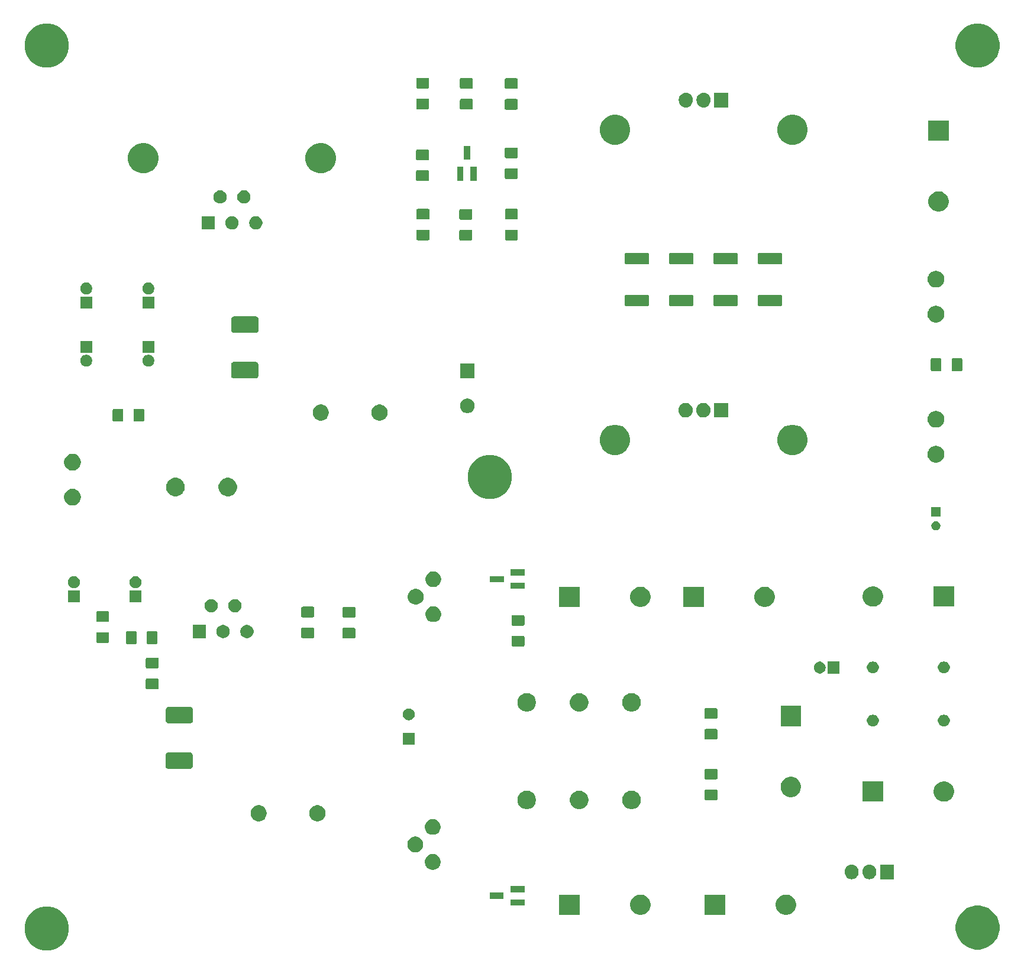
<source format=gbr>
%TF.GenerationSoftware,KiCad,Pcbnew,(5.1.6)-1*%
%TF.CreationDate,2020-07-06T22:25:42+02:00*%
%TF.ProjectId,Power_supply,506f7765-725f-4737-9570-706c792e6b69,rev?*%
%TF.SameCoordinates,PX2b5d568PYa62d478*%
%TF.FileFunction,Soldermask,Top*%
%TF.FilePolarity,Negative*%
%FSLAX46Y46*%
G04 Gerber Fmt 4.6, Leading zero omitted, Abs format (unit mm)*
G04 Created by KiCad (PCBNEW (5.1.6)-1) date 2020-07-06 22:25:42*
%MOMM*%
%LPD*%
G01*
G04 APERTURE LIST*
%ADD10C,0.100000*%
G04 APERTURE END LIST*
D10*
G36*
X9676741Y11670028D02*
G01*
X10250005Y11432574D01*
X10765928Y11087845D01*
X11204685Y10649088D01*
X11549414Y10133165D01*
X11786868Y9559901D01*
X11907920Y8951328D01*
X11907920Y8330832D01*
X11786868Y7722259D01*
X11549414Y7148995D01*
X11204685Y6633072D01*
X10765928Y6194315D01*
X10250005Y5849586D01*
X9676741Y5612132D01*
X9068168Y5491080D01*
X8447672Y5491080D01*
X7839099Y5612132D01*
X7265835Y5849586D01*
X6749912Y6194315D01*
X6311155Y6633072D01*
X5966426Y7148995D01*
X5728972Y7722259D01*
X5607920Y8330832D01*
X5607920Y8951328D01*
X5728972Y9559901D01*
X5966426Y10133165D01*
X6311155Y10649088D01*
X6749912Y11087845D01*
X7265835Y11432574D01*
X7839099Y11670028D01*
X8447672Y11791080D01*
X9068168Y11791080D01*
X9676741Y11670028D01*
G37*
G36*
X142899741Y11797028D02*
G01*
X143473005Y11559574D01*
X143988928Y11214845D01*
X144427685Y10776088D01*
X144772414Y10260165D01*
X145009868Y9686901D01*
X145130920Y9078328D01*
X145130920Y8457832D01*
X145009868Y7849259D01*
X144772414Y7275995D01*
X144427685Y6760072D01*
X143988928Y6321315D01*
X143473005Y5976586D01*
X142899741Y5739132D01*
X142291168Y5618080D01*
X141670672Y5618080D01*
X141062099Y5739132D01*
X140488835Y5976586D01*
X139972912Y6321315D01*
X139534155Y6760072D01*
X139189426Y7275995D01*
X138951972Y7849259D01*
X138830920Y8457832D01*
X138830920Y9078328D01*
X138951972Y9686901D01*
X139189426Y10260165D01*
X139534155Y10776088D01*
X139972912Y11214845D01*
X140488835Y11559574D01*
X141062099Y11797028D01*
X141670672Y11918080D01*
X142291168Y11918080D01*
X142899741Y11797028D01*
G37*
G36*
X94143869Y13443357D02*
G01*
X94407753Y13334053D01*
X94645241Y13175369D01*
X94847209Y12973401D01*
X95005893Y12735913D01*
X95115197Y12472029D01*
X95170920Y12191893D01*
X95170920Y11906267D01*
X95115197Y11626131D01*
X95005893Y11362247D01*
X94847209Y11124759D01*
X94645241Y10922791D01*
X94407753Y10764107D01*
X94143869Y10654803D01*
X93863733Y10599080D01*
X93578107Y10599080D01*
X93297971Y10654803D01*
X93034087Y10764107D01*
X92796599Y10922791D01*
X92594631Y11124759D01*
X92435947Y11362247D01*
X92326643Y11626131D01*
X92270920Y11906267D01*
X92270920Y12191893D01*
X92326643Y12472029D01*
X92435947Y12735913D01*
X92594631Y12973401D01*
X92796599Y13175369D01*
X93034087Y13334053D01*
X93297971Y13443357D01*
X93578107Y13499080D01*
X93863733Y13499080D01*
X94143869Y13443357D01*
G37*
G36*
X85010920Y10599080D02*
G01*
X82110920Y10599080D01*
X82110920Y13499080D01*
X85010920Y13499080D01*
X85010920Y10599080D01*
G37*
G36*
X114971869Y13443357D02*
G01*
X115235753Y13334053D01*
X115473241Y13175369D01*
X115675209Y12973401D01*
X115833893Y12735913D01*
X115943197Y12472029D01*
X115998920Y12191893D01*
X115998920Y11906267D01*
X115943197Y11626131D01*
X115833893Y11362247D01*
X115675209Y11124759D01*
X115473241Y10922791D01*
X115235753Y10764107D01*
X114971869Y10654803D01*
X114691733Y10599080D01*
X114406107Y10599080D01*
X114125971Y10654803D01*
X113862087Y10764107D01*
X113624599Y10922791D01*
X113422631Y11124759D01*
X113263947Y11362247D01*
X113154643Y11626131D01*
X113098920Y11906267D01*
X113098920Y12191893D01*
X113154643Y12472029D01*
X113263947Y12735913D01*
X113422631Y12973401D01*
X113624599Y13175369D01*
X113862087Y13334053D01*
X114125971Y13443357D01*
X114406107Y13499080D01*
X114691733Y13499080D01*
X114971869Y13443357D01*
G37*
G36*
X105838920Y10599080D02*
G01*
X102938920Y10599080D01*
X102938920Y13499080D01*
X105838920Y13499080D01*
X105838920Y10599080D01*
G37*
G36*
X77146920Y11919080D02*
G01*
X75146920Y11919080D01*
X75146920Y12819080D01*
X77146920Y12819080D01*
X77146920Y11919080D01*
G37*
G36*
X74146920Y12869080D02*
G01*
X72146920Y12869080D01*
X72146920Y13769080D01*
X74146920Y13769080D01*
X74146920Y12869080D01*
G37*
G36*
X77146920Y13819080D02*
G01*
X75146920Y13819080D01*
X75146920Y14719080D01*
X77146920Y14719080D01*
X77146920Y13819080D01*
G37*
G36*
X126685444Y17784575D02*
G01*
X126874415Y17727251D01*
X127048573Y17634162D01*
X127201225Y17508885D01*
X127326502Y17356233D01*
X127419591Y17182074D01*
X127476915Y16993103D01*
X127491420Y16845832D01*
X127491420Y16652327D01*
X127476915Y16505056D01*
X127419591Y16316085D01*
X127326502Y16141927D01*
X127201225Y15989275D01*
X127048573Y15863998D01*
X126874414Y15770909D01*
X126685443Y15713585D01*
X126488920Y15694229D01*
X126292396Y15713585D01*
X126103425Y15770909D01*
X125929267Y15863998D01*
X125776615Y15989275D01*
X125651338Y16141927D01*
X125558249Y16316086D01*
X125500925Y16505057D01*
X125486420Y16652328D01*
X125486420Y16845833D01*
X125500925Y16993104D01*
X125558249Y17182075D01*
X125651338Y17356233D01*
X125776615Y17508884D01*
X125862303Y17579206D01*
X125929266Y17634161D01*
X125958325Y17649693D01*
X126103426Y17727251D01*
X126292397Y17784575D01*
X126488920Y17803931D01*
X126685444Y17784575D01*
G37*
G36*
X124145444Y17784575D02*
G01*
X124334415Y17727251D01*
X124508573Y17634162D01*
X124661225Y17508885D01*
X124786502Y17356233D01*
X124879591Y17182074D01*
X124936915Y16993103D01*
X124951420Y16845832D01*
X124951420Y16652327D01*
X124936915Y16505056D01*
X124879591Y16316085D01*
X124786502Y16141927D01*
X124661225Y15989275D01*
X124508573Y15863998D01*
X124334414Y15770909D01*
X124145443Y15713585D01*
X123948920Y15694229D01*
X123752396Y15713585D01*
X123563425Y15770909D01*
X123389267Y15863998D01*
X123236615Y15989275D01*
X123111338Y16141927D01*
X123018249Y16316086D01*
X122960925Y16505057D01*
X122946420Y16652328D01*
X122946420Y16845833D01*
X122960925Y16993104D01*
X123018249Y17182075D01*
X123111338Y17356233D01*
X123236615Y17508884D01*
X123322303Y17579206D01*
X123389266Y17634161D01*
X123418325Y17649693D01*
X123563426Y17727251D01*
X123752397Y17784575D01*
X123948920Y17803931D01*
X124145444Y17784575D01*
G37*
G36*
X130031420Y15699080D02*
G01*
X128026420Y15699080D01*
X128026420Y17799080D01*
X130031420Y17799080D01*
X130031420Y15699080D01*
G37*
G36*
X64331070Y19264347D02*
G01*
X64535807Y19179542D01*
X64720066Y19056424D01*
X64876764Y18899726D01*
X64999882Y18715467D01*
X65084687Y18510730D01*
X65127920Y18293383D01*
X65127920Y18071777D01*
X65084687Y17854430D01*
X65032007Y17727250D01*
X64999882Y17649693D01*
X64876764Y17465434D01*
X64720066Y17308736D01*
X64535807Y17185618D01*
X64331070Y17100813D01*
X64113723Y17057580D01*
X63892117Y17057580D01*
X63674770Y17100813D01*
X63470033Y17185618D01*
X63285774Y17308736D01*
X63129076Y17465434D01*
X63005958Y17649693D01*
X62973833Y17727250D01*
X62921153Y17854430D01*
X62877920Y18071777D01*
X62877920Y18293383D01*
X62921153Y18510730D01*
X63005958Y18715467D01*
X63129076Y18899726D01*
X63285774Y19056424D01*
X63470033Y19179542D01*
X63674770Y19264347D01*
X63892117Y19307580D01*
X64113723Y19307580D01*
X64331070Y19264347D01*
G37*
G36*
X61831070Y21764347D02*
G01*
X62035807Y21679542D01*
X62220066Y21556424D01*
X62376764Y21399726D01*
X62499882Y21215467D01*
X62584687Y21010730D01*
X62627920Y20793383D01*
X62627920Y20571777D01*
X62584687Y20354430D01*
X62499882Y20149693D01*
X62376764Y19965434D01*
X62220066Y19808736D01*
X62035807Y19685618D01*
X61831070Y19600813D01*
X61613723Y19557580D01*
X61392117Y19557580D01*
X61174770Y19600813D01*
X60970033Y19685618D01*
X60785774Y19808736D01*
X60629076Y19965434D01*
X60505958Y20149693D01*
X60421153Y20354430D01*
X60377920Y20571777D01*
X60377920Y20793383D01*
X60421153Y21010730D01*
X60505958Y21215467D01*
X60629076Y21399726D01*
X60785774Y21556424D01*
X60970033Y21679542D01*
X61174770Y21764347D01*
X61392117Y21807580D01*
X61613723Y21807580D01*
X61831070Y21764347D01*
G37*
G36*
X64331070Y24264347D02*
G01*
X64535807Y24179542D01*
X64720066Y24056424D01*
X64876764Y23899726D01*
X64999882Y23715467D01*
X65084687Y23510730D01*
X65127920Y23293383D01*
X65127920Y23071777D01*
X65084687Y22854430D01*
X64999882Y22649693D01*
X64876764Y22465434D01*
X64720066Y22308736D01*
X64535807Y22185618D01*
X64331070Y22100813D01*
X64113723Y22057580D01*
X63892117Y22057580D01*
X63674770Y22100813D01*
X63470033Y22185618D01*
X63285774Y22308736D01*
X63129076Y22465434D01*
X63005958Y22649693D01*
X62921153Y22854430D01*
X62877920Y23071777D01*
X62877920Y23293383D01*
X62921153Y23510730D01*
X63005958Y23715467D01*
X63129076Y23899726D01*
X63285774Y24056424D01*
X63470033Y24179542D01*
X63674770Y24264347D01*
X63892117Y24307580D01*
X64113723Y24307580D01*
X64331070Y24264347D01*
G37*
G36*
X39428363Y26256886D02*
G01*
X39637649Y26170197D01*
X39826003Y26044343D01*
X39986183Y25884163D01*
X40112037Y25695809D01*
X40198726Y25486523D01*
X40242920Y25264344D01*
X40242920Y25037816D01*
X40198726Y24815637D01*
X40112037Y24606351D01*
X39986183Y24417997D01*
X39826003Y24257817D01*
X39637649Y24131963D01*
X39428363Y24045274D01*
X39206185Y24001080D01*
X38979655Y24001080D01*
X38757477Y24045274D01*
X38548191Y24131963D01*
X38359837Y24257817D01*
X38199657Y24417997D01*
X38073803Y24606351D01*
X37987114Y24815637D01*
X37942920Y25037816D01*
X37942920Y25264344D01*
X37987114Y25486523D01*
X38073803Y25695809D01*
X38199657Y25884163D01*
X38359837Y26044343D01*
X38548191Y26170197D01*
X38757477Y26256886D01*
X38979655Y26301080D01*
X39206185Y26301080D01*
X39428363Y26256886D01*
G37*
G36*
X47828363Y26256886D02*
G01*
X48037649Y26170197D01*
X48226003Y26044343D01*
X48386183Y25884163D01*
X48512037Y25695809D01*
X48598726Y25486523D01*
X48642920Y25264344D01*
X48642920Y25037816D01*
X48598726Y24815637D01*
X48512037Y24606351D01*
X48386183Y24417997D01*
X48226003Y24257817D01*
X48037649Y24131963D01*
X47828363Y24045274D01*
X47606185Y24001080D01*
X47379655Y24001080D01*
X47157477Y24045274D01*
X46948191Y24131963D01*
X46759837Y24257817D01*
X46599657Y24417997D01*
X46473803Y24606351D01*
X46387114Y24815637D01*
X46342920Y25037816D01*
X46342920Y25264344D01*
X46387114Y25486523D01*
X46473803Y25695809D01*
X46599657Y25884163D01*
X46759837Y26044343D01*
X46948191Y26170197D01*
X47157477Y26256886D01*
X47379655Y26301080D01*
X47606185Y26301080D01*
X47828363Y26256886D01*
G37*
G36*
X77623891Y28375632D02*
G01*
X77837408Y28333162D01*
X77989469Y28270176D01*
X78078543Y28233280D01*
X78078544Y28233279D01*
X78295559Y28088275D01*
X78480115Y27903719D01*
X78522937Y27839631D01*
X78625120Y27686703D01*
X78662016Y27597629D01*
X78725002Y27445568D01*
X78775920Y27189580D01*
X78775920Y26928580D01*
X78725002Y26672592D01*
X78662016Y26520531D01*
X78625120Y26431457D01*
X78625119Y26431456D01*
X78480115Y26214441D01*
X78295559Y26029885D01*
X78150554Y25932996D01*
X78078543Y25884880D01*
X77989469Y25847984D01*
X77837408Y25784998D01*
X77623891Y25742528D01*
X77581421Y25734080D01*
X77320419Y25734080D01*
X77277949Y25742528D01*
X77064432Y25784998D01*
X76912371Y25847984D01*
X76823297Y25884880D01*
X76751286Y25932996D01*
X76606281Y26029885D01*
X76421725Y26214441D01*
X76276721Y26431456D01*
X76276720Y26431457D01*
X76239824Y26520531D01*
X76176838Y26672592D01*
X76125920Y26928580D01*
X76125920Y27189580D01*
X76176838Y27445568D01*
X76239824Y27597629D01*
X76276720Y27686703D01*
X76378903Y27839631D01*
X76421725Y27903719D01*
X76606281Y28088275D01*
X76823296Y28233279D01*
X76823297Y28233280D01*
X76912371Y28270176D01*
X77064432Y28333162D01*
X77277949Y28375632D01*
X77320419Y28384080D01*
X77581421Y28384080D01*
X77623891Y28375632D01*
G37*
G36*
X85123891Y28375632D02*
G01*
X85337408Y28333162D01*
X85489469Y28270176D01*
X85578543Y28233280D01*
X85578544Y28233279D01*
X85795559Y28088275D01*
X85980115Y27903719D01*
X86022937Y27839631D01*
X86125120Y27686703D01*
X86162016Y27597629D01*
X86225002Y27445568D01*
X86275920Y27189580D01*
X86275920Y26928580D01*
X86225002Y26672592D01*
X86162016Y26520531D01*
X86125120Y26431457D01*
X86125119Y26431456D01*
X85980115Y26214441D01*
X85795559Y26029885D01*
X85650554Y25932996D01*
X85578543Y25884880D01*
X85489469Y25847984D01*
X85337408Y25784998D01*
X85123891Y25742528D01*
X85081421Y25734080D01*
X84820419Y25734080D01*
X84777949Y25742528D01*
X84564432Y25784998D01*
X84412371Y25847984D01*
X84323297Y25884880D01*
X84251286Y25932996D01*
X84106281Y26029885D01*
X83921725Y26214441D01*
X83776721Y26431456D01*
X83776720Y26431457D01*
X83739824Y26520531D01*
X83676838Y26672592D01*
X83625920Y26928580D01*
X83625920Y27189580D01*
X83676838Y27445568D01*
X83739824Y27597629D01*
X83776720Y27686703D01*
X83878903Y27839631D01*
X83921725Y27903719D01*
X84106281Y28088275D01*
X84323296Y28233279D01*
X84323297Y28233280D01*
X84412371Y28270176D01*
X84564432Y28333162D01*
X84777949Y28375632D01*
X84820419Y28384080D01*
X85081421Y28384080D01*
X85123891Y28375632D01*
G37*
G36*
X92623891Y28375632D02*
G01*
X92837408Y28333162D01*
X92989469Y28270176D01*
X93078543Y28233280D01*
X93078544Y28233279D01*
X93295559Y28088275D01*
X93480115Y27903719D01*
X93522937Y27839631D01*
X93625120Y27686703D01*
X93662016Y27597629D01*
X93725002Y27445568D01*
X93775920Y27189580D01*
X93775920Y26928580D01*
X93725002Y26672592D01*
X93662016Y26520531D01*
X93625120Y26431457D01*
X93625119Y26431456D01*
X93480115Y26214441D01*
X93295559Y26029885D01*
X93150554Y25932996D01*
X93078543Y25884880D01*
X92989469Y25847984D01*
X92837408Y25784998D01*
X92623891Y25742528D01*
X92581421Y25734080D01*
X92320419Y25734080D01*
X92277949Y25742528D01*
X92064432Y25784998D01*
X91912371Y25847984D01*
X91823297Y25884880D01*
X91751286Y25932996D01*
X91606281Y26029885D01*
X91421725Y26214441D01*
X91276721Y26431456D01*
X91276720Y26431457D01*
X91239824Y26520531D01*
X91176838Y26672592D01*
X91125920Y26928580D01*
X91125920Y27189580D01*
X91176838Y27445568D01*
X91239824Y27597629D01*
X91276720Y27686703D01*
X91378903Y27839631D01*
X91421725Y27903719D01*
X91606281Y28088275D01*
X91823296Y28233279D01*
X91823297Y28233280D01*
X91912371Y28270176D01*
X92064432Y28333162D01*
X92277949Y28375632D01*
X92320419Y28384080D01*
X92581421Y28384080D01*
X92623891Y28375632D01*
G37*
G36*
X137577869Y29656857D02*
G01*
X137841753Y29547553D01*
X138079241Y29388869D01*
X138281209Y29186901D01*
X138439893Y28949413D01*
X138549197Y28685529D01*
X138604920Y28405393D01*
X138604920Y28119767D01*
X138549197Y27839631D01*
X138439893Y27575747D01*
X138281209Y27338259D01*
X138079241Y27136291D01*
X137841753Y26977607D01*
X137577869Y26868303D01*
X137297733Y26812580D01*
X137012107Y26812580D01*
X136731971Y26868303D01*
X136468087Y26977607D01*
X136230599Y27136291D01*
X136028631Y27338259D01*
X135869947Y27575747D01*
X135760643Y27839631D01*
X135704920Y28119767D01*
X135704920Y28405393D01*
X135760643Y28685529D01*
X135869947Y28949413D01*
X136028631Y29186901D01*
X136230599Y29388869D01*
X136468087Y29547553D01*
X136731971Y29656857D01*
X137012107Y29712580D01*
X137297733Y29712580D01*
X137577869Y29656857D01*
G37*
G36*
X128444920Y26812580D02*
G01*
X125544920Y26812580D01*
X125544920Y29712580D01*
X128444920Y29712580D01*
X128444920Y26812580D01*
G37*
G36*
X104593305Y28549421D02*
G01*
X104627913Y28538922D01*
X104659816Y28521870D01*
X104687770Y28498930D01*
X104710710Y28470976D01*
X104727762Y28439073D01*
X104738261Y28404465D01*
X104742420Y28362240D01*
X104742420Y27219920D01*
X104738261Y27177695D01*
X104727762Y27143087D01*
X104710710Y27111184D01*
X104687770Y27083230D01*
X104659816Y27060290D01*
X104627913Y27043238D01*
X104593305Y27032739D01*
X104551080Y27028580D01*
X103083760Y27028580D01*
X103041535Y27032739D01*
X103006927Y27043238D01*
X102975024Y27060290D01*
X102947070Y27083230D01*
X102924130Y27111184D01*
X102907078Y27143087D01*
X102896579Y27177695D01*
X102892420Y27219920D01*
X102892420Y28362240D01*
X102896579Y28404465D01*
X102907078Y28439073D01*
X102924130Y28470976D01*
X102947070Y28498930D01*
X102975024Y28521870D01*
X103006927Y28538922D01*
X103041535Y28549421D01*
X103083760Y28553580D01*
X104551080Y28553580D01*
X104593305Y28549421D01*
G37*
G36*
X115670369Y30312177D02*
G01*
X115934253Y30202873D01*
X116171741Y30044189D01*
X116373709Y29842221D01*
X116532393Y29604733D01*
X116641697Y29340849D01*
X116697420Y29060713D01*
X116697420Y28775087D01*
X116641697Y28494951D01*
X116532393Y28231067D01*
X116373709Y27993579D01*
X116171741Y27791611D01*
X115934253Y27632927D01*
X115670369Y27523623D01*
X115390233Y27467900D01*
X115104607Y27467900D01*
X114824471Y27523623D01*
X114560587Y27632927D01*
X114323099Y27791611D01*
X114121131Y27993579D01*
X113962447Y28231067D01*
X113853143Y28494951D01*
X113797420Y28775087D01*
X113797420Y29060713D01*
X113853143Y29340849D01*
X113962447Y29604733D01*
X114121131Y29842221D01*
X114323099Y30044189D01*
X114560587Y30202873D01*
X114824471Y30312177D01*
X115104607Y30367900D01*
X115390233Y30367900D01*
X115670369Y30312177D01*
G37*
G36*
X104593305Y31524421D02*
G01*
X104627913Y31513922D01*
X104659816Y31496870D01*
X104687770Y31473930D01*
X104710710Y31445976D01*
X104727762Y31414073D01*
X104738261Y31379465D01*
X104742420Y31337240D01*
X104742420Y30194920D01*
X104738261Y30152695D01*
X104727762Y30118087D01*
X104710710Y30086184D01*
X104687770Y30058230D01*
X104659816Y30035290D01*
X104627913Y30018238D01*
X104593305Y30007739D01*
X104551080Y30003580D01*
X103083760Y30003580D01*
X103041535Y30007739D01*
X103006927Y30018238D01*
X102975024Y30035290D01*
X102947070Y30058230D01*
X102924130Y30086184D01*
X102907078Y30118087D01*
X102896579Y30152695D01*
X102892420Y30194920D01*
X102892420Y31337240D01*
X102896579Y31379465D01*
X102907078Y31414073D01*
X102924130Y31445976D01*
X102947070Y31473930D01*
X102975024Y31496870D01*
X103006927Y31513922D01*
X103041535Y31524421D01*
X103083760Y31528580D01*
X104551080Y31528580D01*
X104593305Y31524421D01*
G37*
G36*
X29334223Y33861711D02*
G01*
X29407987Y33839336D01*
X29475961Y33803003D01*
X29535544Y33754104D01*
X29584443Y33694521D01*
X29620776Y33626547D01*
X29643151Y33552783D01*
X29651320Y33469846D01*
X29651320Y31919914D01*
X29643151Y31836977D01*
X29620776Y31763213D01*
X29584443Y31695239D01*
X29535544Y31635656D01*
X29475961Y31586757D01*
X29407987Y31550424D01*
X29334223Y31528049D01*
X29251286Y31519880D01*
X26161354Y31519880D01*
X26078417Y31528049D01*
X26004653Y31550424D01*
X25936679Y31586757D01*
X25877096Y31635656D01*
X25828197Y31695239D01*
X25791864Y31763213D01*
X25769489Y31836977D01*
X25761320Y31919914D01*
X25761320Y33469846D01*
X25769489Y33552783D01*
X25791864Y33626547D01*
X25828197Y33694521D01*
X25877096Y33754104D01*
X25936679Y33803003D01*
X26004653Y33839336D01*
X26078417Y33861711D01*
X26161354Y33869880D01*
X29251286Y33869880D01*
X29334223Y33861711D01*
G37*
G36*
X61423920Y34969080D02*
G01*
X59723920Y34969080D01*
X59723920Y36669080D01*
X61423920Y36669080D01*
X61423920Y34969080D01*
G37*
G36*
X104593305Y37221921D02*
G01*
X104627913Y37211422D01*
X104659816Y37194370D01*
X104687770Y37171430D01*
X104710710Y37143476D01*
X104727762Y37111573D01*
X104738261Y37076965D01*
X104742420Y37034740D01*
X104742420Y35892420D01*
X104738261Y35850195D01*
X104727762Y35815587D01*
X104710710Y35783684D01*
X104687770Y35755730D01*
X104659816Y35732790D01*
X104627913Y35715738D01*
X104593305Y35705239D01*
X104551080Y35701080D01*
X103083760Y35701080D01*
X103041535Y35705239D01*
X103006927Y35715738D01*
X102975024Y35732790D01*
X102947070Y35755730D01*
X102924130Y35783684D01*
X102907078Y35815587D01*
X102896579Y35850195D01*
X102892420Y35892420D01*
X102892420Y37034740D01*
X102896579Y37076965D01*
X102907078Y37111573D01*
X102924130Y37143476D01*
X102947070Y37171430D01*
X102975024Y37194370D01*
X103006927Y37211422D01*
X103041535Y37221921D01*
X103083760Y37226080D01*
X104551080Y37226080D01*
X104593305Y37221921D01*
G37*
G36*
X137402856Y39239915D02*
G01*
X137557546Y39175840D01*
X137696764Y39082818D01*
X137815158Y38964424D01*
X137908180Y38825206D01*
X137972255Y38670516D01*
X138004920Y38506298D01*
X138004920Y38338862D01*
X137972255Y38174644D01*
X137908180Y38019954D01*
X137815158Y37880736D01*
X137696764Y37762342D01*
X137557546Y37669320D01*
X137402856Y37605245D01*
X137238638Y37572580D01*
X137071202Y37572580D01*
X136906984Y37605245D01*
X136752294Y37669320D01*
X136613076Y37762342D01*
X136494682Y37880736D01*
X136401660Y38019954D01*
X136337585Y38174644D01*
X136304920Y38338862D01*
X136304920Y38506298D01*
X136337585Y38670516D01*
X136401660Y38825206D01*
X136494682Y38964424D01*
X136613076Y39082818D01*
X136752294Y39175840D01*
X136906984Y39239915D01*
X137071202Y39272580D01*
X137238638Y39272580D01*
X137402856Y39239915D01*
G37*
G36*
X127242856Y39239915D02*
G01*
X127397546Y39175840D01*
X127536764Y39082818D01*
X127655158Y38964424D01*
X127748180Y38825206D01*
X127812255Y38670516D01*
X127844920Y38506298D01*
X127844920Y38338862D01*
X127812255Y38174644D01*
X127748180Y38019954D01*
X127655158Y37880736D01*
X127536764Y37762342D01*
X127397546Y37669320D01*
X127242856Y37605245D01*
X127078638Y37572580D01*
X126911202Y37572580D01*
X126746984Y37605245D01*
X126592294Y37669320D01*
X126453076Y37762342D01*
X126334682Y37880736D01*
X126241660Y38019954D01*
X126177585Y38174644D01*
X126144920Y38338862D01*
X126144920Y38506298D01*
X126177585Y38670516D01*
X126241660Y38825206D01*
X126334682Y38964424D01*
X126453076Y39082818D01*
X126592294Y39175840D01*
X126746984Y39239915D01*
X126911202Y39272580D01*
X127078638Y39272580D01*
X127242856Y39239915D01*
G37*
G36*
X116697420Y37627900D02*
G01*
X113797420Y37627900D01*
X113797420Y40527900D01*
X116697420Y40527900D01*
X116697420Y37627900D01*
G37*
G36*
X29359623Y40389511D02*
G01*
X29433387Y40367136D01*
X29501361Y40330803D01*
X29560944Y40281904D01*
X29609843Y40222321D01*
X29646176Y40154347D01*
X29668551Y40080583D01*
X29676720Y39997646D01*
X29676720Y38447714D01*
X29668551Y38364777D01*
X29646176Y38291013D01*
X29609843Y38223039D01*
X29560944Y38163456D01*
X29501361Y38114557D01*
X29433387Y38078224D01*
X29359623Y38055849D01*
X29276686Y38047680D01*
X26186754Y38047680D01*
X26103817Y38055849D01*
X26030053Y38078224D01*
X25962079Y38114557D01*
X25902496Y38163456D01*
X25853597Y38223039D01*
X25817264Y38291013D01*
X25794889Y38364777D01*
X25786720Y38447714D01*
X25786720Y39997646D01*
X25794889Y40080583D01*
X25817264Y40154347D01*
X25853597Y40222321D01*
X25902496Y40281904D01*
X25962079Y40330803D01*
X26030053Y40367136D01*
X26103817Y40389511D01*
X26186754Y40397680D01*
X29276686Y40397680D01*
X29359623Y40389511D01*
G37*
G36*
X60821856Y40136415D02*
G01*
X60976546Y40072340D01*
X61115764Y39979318D01*
X61234158Y39860924D01*
X61327180Y39721706D01*
X61391255Y39567016D01*
X61423920Y39402798D01*
X61423920Y39235362D01*
X61391255Y39071144D01*
X61327180Y38916454D01*
X61234158Y38777236D01*
X61115764Y38658842D01*
X60976546Y38565820D01*
X60821856Y38501745D01*
X60657638Y38469080D01*
X60490202Y38469080D01*
X60325984Y38501745D01*
X60171294Y38565820D01*
X60032076Y38658842D01*
X59913682Y38777236D01*
X59820660Y38916454D01*
X59756585Y39071144D01*
X59723920Y39235362D01*
X59723920Y39402798D01*
X59756585Y39567016D01*
X59820660Y39721706D01*
X59913682Y39860924D01*
X60032076Y39979318D01*
X60171294Y40072340D01*
X60325984Y40136415D01*
X60490202Y40169080D01*
X60657638Y40169080D01*
X60821856Y40136415D01*
G37*
G36*
X104593305Y40196921D02*
G01*
X104627913Y40186422D01*
X104659816Y40169370D01*
X104687770Y40146430D01*
X104710710Y40118476D01*
X104727762Y40086573D01*
X104738261Y40051965D01*
X104742420Y40009740D01*
X104742420Y38867420D01*
X104738261Y38825195D01*
X104727762Y38790587D01*
X104710710Y38758684D01*
X104687770Y38730730D01*
X104659816Y38707790D01*
X104627913Y38690738D01*
X104593305Y38680239D01*
X104551080Y38676080D01*
X103083760Y38676080D01*
X103041535Y38680239D01*
X103006927Y38690738D01*
X102975024Y38707790D01*
X102947070Y38730730D01*
X102924130Y38758684D01*
X102907078Y38790587D01*
X102896579Y38825195D01*
X102892420Y38867420D01*
X102892420Y40009740D01*
X102896579Y40051965D01*
X102907078Y40086573D01*
X102924130Y40118476D01*
X102947070Y40146430D01*
X102975024Y40169370D01*
X103006927Y40186422D01*
X103041535Y40196921D01*
X103083760Y40201080D01*
X104551080Y40201080D01*
X104593305Y40196921D01*
G37*
G36*
X92623891Y42345632D02*
G01*
X92837408Y42303162D01*
X92989469Y42240176D01*
X93078543Y42203280D01*
X93078544Y42203279D01*
X93295559Y42058275D01*
X93480115Y41873719D01*
X93577004Y41728714D01*
X93625120Y41656703D01*
X93662016Y41567629D01*
X93725002Y41415568D01*
X93775920Y41159580D01*
X93775920Y40898580D01*
X93725002Y40642592D01*
X93677494Y40527900D01*
X93625120Y40401457D01*
X93625119Y40401456D01*
X93480115Y40184441D01*
X93295559Y39999885D01*
X93196260Y39933536D01*
X93078543Y39854880D01*
X92989469Y39817984D01*
X92837408Y39754998D01*
X92623891Y39712528D01*
X92581421Y39704080D01*
X92320419Y39704080D01*
X92277949Y39712528D01*
X92064432Y39754998D01*
X91912371Y39817984D01*
X91823297Y39854880D01*
X91705580Y39933536D01*
X91606281Y39999885D01*
X91421725Y40184441D01*
X91276721Y40401456D01*
X91276720Y40401457D01*
X91224346Y40527900D01*
X91176838Y40642592D01*
X91125920Y40898580D01*
X91125920Y41159580D01*
X91176838Y41415568D01*
X91239824Y41567629D01*
X91276720Y41656703D01*
X91324836Y41728714D01*
X91421725Y41873719D01*
X91606281Y42058275D01*
X91823296Y42203279D01*
X91823297Y42203280D01*
X91912371Y42240176D01*
X92064432Y42303162D01*
X92277949Y42345632D01*
X92320419Y42354080D01*
X92581421Y42354080D01*
X92623891Y42345632D01*
G37*
G36*
X85123891Y42345632D02*
G01*
X85337408Y42303162D01*
X85489469Y42240176D01*
X85578543Y42203280D01*
X85578544Y42203279D01*
X85795559Y42058275D01*
X85980115Y41873719D01*
X86077004Y41728714D01*
X86125120Y41656703D01*
X86162016Y41567629D01*
X86225002Y41415568D01*
X86275920Y41159580D01*
X86275920Y40898580D01*
X86225002Y40642592D01*
X86177494Y40527900D01*
X86125120Y40401457D01*
X86125119Y40401456D01*
X85980115Y40184441D01*
X85795559Y39999885D01*
X85696260Y39933536D01*
X85578543Y39854880D01*
X85489469Y39817984D01*
X85337408Y39754998D01*
X85123891Y39712528D01*
X85081421Y39704080D01*
X84820419Y39704080D01*
X84777949Y39712528D01*
X84564432Y39754998D01*
X84412371Y39817984D01*
X84323297Y39854880D01*
X84205580Y39933536D01*
X84106281Y39999885D01*
X83921725Y40184441D01*
X83776721Y40401456D01*
X83776720Y40401457D01*
X83724346Y40527900D01*
X83676838Y40642592D01*
X83625920Y40898580D01*
X83625920Y41159580D01*
X83676838Y41415568D01*
X83739824Y41567629D01*
X83776720Y41656703D01*
X83824836Y41728714D01*
X83921725Y41873719D01*
X84106281Y42058275D01*
X84323296Y42203279D01*
X84323297Y42203280D01*
X84412371Y42240176D01*
X84564432Y42303162D01*
X84777949Y42345632D01*
X84820419Y42354080D01*
X85081421Y42354080D01*
X85123891Y42345632D01*
G37*
G36*
X77623891Y42345632D02*
G01*
X77837408Y42303162D01*
X77989469Y42240176D01*
X78078543Y42203280D01*
X78078544Y42203279D01*
X78295559Y42058275D01*
X78480115Y41873719D01*
X78577004Y41728714D01*
X78625120Y41656703D01*
X78662016Y41567629D01*
X78725002Y41415568D01*
X78775920Y41159580D01*
X78775920Y40898580D01*
X78725002Y40642592D01*
X78677494Y40527900D01*
X78625120Y40401457D01*
X78625119Y40401456D01*
X78480115Y40184441D01*
X78295559Y39999885D01*
X78196260Y39933536D01*
X78078543Y39854880D01*
X77989469Y39817984D01*
X77837408Y39754998D01*
X77623891Y39712528D01*
X77581421Y39704080D01*
X77320419Y39704080D01*
X77277949Y39712528D01*
X77064432Y39754998D01*
X76912371Y39817984D01*
X76823297Y39854880D01*
X76705580Y39933536D01*
X76606281Y39999885D01*
X76421725Y40184441D01*
X76276721Y40401456D01*
X76276720Y40401457D01*
X76224346Y40527900D01*
X76176838Y40642592D01*
X76125920Y40898580D01*
X76125920Y41159580D01*
X76176838Y41415568D01*
X76239824Y41567629D01*
X76276720Y41656703D01*
X76324836Y41728714D01*
X76421725Y41873719D01*
X76606281Y42058275D01*
X76823296Y42203279D01*
X76823297Y42203280D01*
X76912371Y42240176D01*
X77064432Y42303162D01*
X77277949Y42345632D01*
X77320419Y42354080D01*
X77581421Y42354080D01*
X77623891Y42345632D01*
G37*
G36*
X24627285Y44451301D02*
G01*
X24661893Y44440802D01*
X24693796Y44423750D01*
X24721750Y44400810D01*
X24744690Y44372856D01*
X24761742Y44340953D01*
X24772241Y44306345D01*
X24776400Y44264120D01*
X24776400Y43121800D01*
X24772241Y43079575D01*
X24761742Y43044967D01*
X24744690Y43013064D01*
X24721750Y42985110D01*
X24693796Y42962170D01*
X24661893Y42945118D01*
X24627285Y42934619D01*
X24585060Y42930460D01*
X23117740Y42930460D01*
X23075515Y42934619D01*
X23040907Y42945118D01*
X23009004Y42962170D01*
X22981050Y42985110D01*
X22958110Y43013064D01*
X22941058Y43044967D01*
X22930559Y43079575D01*
X22926400Y43121800D01*
X22926400Y44264120D01*
X22930559Y44306345D01*
X22941058Y44340953D01*
X22958110Y44372856D01*
X22981050Y44400810D01*
X23009004Y44423750D01*
X23040907Y44440802D01*
X23075515Y44451301D01*
X23117740Y44455460D01*
X24585060Y44455460D01*
X24627285Y44451301D01*
G37*
G36*
X122231520Y45169720D02*
G01*
X120531520Y45169720D01*
X120531520Y46869720D01*
X122231520Y46869720D01*
X122231520Y45169720D01*
G37*
G36*
X119629456Y46837055D02*
G01*
X119784146Y46772980D01*
X119923364Y46679958D01*
X120041758Y46561564D01*
X120134780Y46422346D01*
X120198855Y46267656D01*
X120231520Y46103438D01*
X120231520Y45936002D01*
X120198855Y45771784D01*
X120134780Y45617094D01*
X120041758Y45477876D01*
X119923364Y45359482D01*
X119784146Y45266460D01*
X119629456Y45202385D01*
X119465238Y45169720D01*
X119297802Y45169720D01*
X119133584Y45202385D01*
X118978894Y45266460D01*
X118839676Y45359482D01*
X118721282Y45477876D01*
X118628260Y45617094D01*
X118564185Y45771784D01*
X118531520Y45936002D01*
X118531520Y46103438D01*
X118564185Y46267656D01*
X118628260Y46422346D01*
X118721282Y46561564D01*
X118839676Y46679958D01*
X118978894Y46772980D01*
X119133584Y46837055D01*
X119297802Y46869720D01*
X119465238Y46869720D01*
X119629456Y46837055D01*
G37*
G36*
X127242856Y46859915D02*
G01*
X127397546Y46795840D01*
X127536764Y46702818D01*
X127655158Y46584424D01*
X127748180Y46445206D01*
X127812255Y46290516D01*
X127844920Y46126298D01*
X127844920Y45958862D01*
X127812255Y45794644D01*
X127748180Y45639954D01*
X127655158Y45500736D01*
X127536764Y45382342D01*
X127397546Y45289320D01*
X127242856Y45225245D01*
X127078638Y45192580D01*
X126911202Y45192580D01*
X126746984Y45225245D01*
X126592294Y45289320D01*
X126453076Y45382342D01*
X126334682Y45500736D01*
X126241660Y45639954D01*
X126177585Y45794644D01*
X126144920Y45958862D01*
X126144920Y46126298D01*
X126177585Y46290516D01*
X126241660Y46445206D01*
X126334682Y46584424D01*
X126453076Y46702818D01*
X126592294Y46795840D01*
X126746984Y46859915D01*
X126911202Y46892580D01*
X127078638Y46892580D01*
X127242856Y46859915D01*
G37*
G36*
X137402856Y46859915D02*
G01*
X137557546Y46795840D01*
X137696764Y46702818D01*
X137815158Y46584424D01*
X137908180Y46445206D01*
X137972255Y46290516D01*
X138004920Y46126298D01*
X138004920Y45958862D01*
X137972255Y45794644D01*
X137908180Y45639954D01*
X137815158Y45500736D01*
X137696764Y45382342D01*
X137557546Y45289320D01*
X137402856Y45225245D01*
X137238638Y45192580D01*
X137071202Y45192580D01*
X136906984Y45225245D01*
X136752294Y45289320D01*
X136613076Y45382342D01*
X136494682Y45500736D01*
X136401660Y45639954D01*
X136337585Y45794644D01*
X136304920Y45958862D01*
X136304920Y46126298D01*
X136337585Y46290516D01*
X136401660Y46445206D01*
X136494682Y46584424D01*
X136613076Y46702818D01*
X136752294Y46795840D01*
X136906984Y46859915D01*
X137071202Y46892580D01*
X137238638Y46892580D01*
X137402856Y46859915D01*
G37*
G36*
X24627285Y47426301D02*
G01*
X24661893Y47415802D01*
X24693796Y47398750D01*
X24721750Y47375810D01*
X24744690Y47347856D01*
X24761742Y47315953D01*
X24772241Y47281345D01*
X24776400Y47239120D01*
X24776400Y46096800D01*
X24772241Y46054575D01*
X24761742Y46019967D01*
X24744690Y45988064D01*
X24721750Y45960110D01*
X24693796Y45937170D01*
X24661893Y45920118D01*
X24627285Y45909619D01*
X24585060Y45905460D01*
X23117740Y45905460D01*
X23075515Y45909619D01*
X23040907Y45920118D01*
X23009004Y45937170D01*
X22981050Y45960110D01*
X22958110Y45988064D01*
X22941058Y46019967D01*
X22930559Y46054575D01*
X22926400Y46096800D01*
X22926400Y47239120D01*
X22930559Y47281345D01*
X22941058Y47315953D01*
X22958110Y47347856D01*
X22981050Y47375810D01*
X23009004Y47398750D01*
X23040907Y47415802D01*
X23075515Y47426301D01*
X23117740Y47430460D01*
X24585060Y47430460D01*
X24627285Y47426301D01*
G37*
G36*
X76975885Y50563601D02*
G01*
X77010493Y50553102D01*
X77042396Y50536050D01*
X77070350Y50513110D01*
X77093290Y50485156D01*
X77110342Y50453253D01*
X77120841Y50418645D01*
X77125000Y50376420D01*
X77125000Y49234100D01*
X77120841Y49191875D01*
X77110342Y49157267D01*
X77093290Y49125364D01*
X77070350Y49097410D01*
X77042396Y49074470D01*
X77010493Y49057418D01*
X76975885Y49046919D01*
X76933660Y49042760D01*
X75466340Y49042760D01*
X75424115Y49046919D01*
X75389507Y49057418D01*
X75357604Y49074470D01*
X75329650Y49097410D01*
X75306710Y49125364D01*
X75289658Y49157267D01*
X75279159Y49191875D01*
X75275000Y49234100D01*
X75275000Y50376420D01*
X75279159Y50418645D01*
X75289658Y50453253D01*
X75306710Y50485156D01*
X75329650Y50513110D01*
X75357604Y50536050D01*
X75389507Y50553102D01*
X75424115Y50563601D01*
X75466340Y50567760D01*
X76933660Y50567760D01*
X76975885Y50563601D01*
G37*
G36*
X24447805Y51217921D02*
G01*
X24482413Y51207422D01*
X24514316Y51190370D01*
X24542270Y51167430D01*
X24565210Y51139476D01*
X24582262Y51107573D01*
X24592761Y51072965D01*
X24596920Y51030740D01*
X24596920Y49563420D01*
X24592761Y49521195D01*
X24582262Y49486587D01*
X24565210Y49454684D01*
X24542270Y49426730D01*
X24514316Y49403790D01*
X24482413Y49386738D01*
X24447805Y49376239D01*
X24405580Y49372080D01*
X23263260Y49372080D01*
X23221035Y49376239D01*
X23186427Y49386738D01*
X23154524Y49403790D01*
X23126570Y49426730D01*
X23103630Y49454684D01*
X23086578Y49486587D01*
X23076079Y49521195D01*
X23071920Y49563420D01*
X23071920Y51030740D01*
X23076079Y51072965D01*
X23086578Y51107573D01*
X23103630Y51139476D01*
X23126570Y51167430D01*
X23154524Y51190370D01*
X23186427Y51207422D01*
X23221035Y51217921D01*
X23263260Y51222080D01*
X24405580Y51222080D01*
X24447805Y51217921D01*
G37*
G36*
X21472805Y51217921D02*
G01*
X21507413Y51207422D01*
X21539316Y51190370D01*
X21567270Y51167430D01*
X21590210Y51139476D01*
X21607262Y51107573D01*
X21617761Y51072965D01*
X21621920Y51030740D01*
X21621920Y49563420D01*
X21617761Y49521195D01*
X21607262Y49486587D01*
X21590210Y49454684D01*
X21567270Y49426730D01*
X21539316Y49403790D01*
X21507413Y49386738D01*
X21472805Y49376239D01*
X21430580Y49372080D01*
X20288260Y49372080D01*
X20246035Y49376239D01*
X20211427Y49386738D01*
X20179524Y49403790D01*
X20151570Y49426730D01*
X20128630Y49454684D01*
X20111578Y49486587D01*
X20101079Y49521195D01*
X20096920Y49563420D01*
X20096920Y51030740D01*
X20101079Y51072965D01*
X20111578Y51107573D01*
X20128630Y51139476D01*
X20151570Y51167430D01*
X20179524Y51190370D01*
X20211427Y51207422D01*
X20246035Y51217921D01*
X20288260Y51222080D01*
X21430580Y51222080D01*
X21472805Y51217921D01*
G37*
G36*
X17534805Y51091921D02*
G01*
X17569413Y51081422D01*
X17601316Y51064370D01*
X17629270Y51041430D01*
X17652210Y51013476D01*
X17669262Y50981573D01*
X17679761Y50946965D01*
X17683920Y50904740D01*
X17683920Y49762420D01*
X17679761Y49720195D01*
X17669262Y49685587D01*
X17652210Y49653684D01*
X17629270Y49625730D01*
X17601316Y49602790D01*
X17569413Y49585738D01*
X17534805Y49575239D01*
X17492580Y49571080D01*
X16025260Y49571080D01*
X15983035Y49575239D01*
X15948427Y49585738D01*
X15916524Y49602790D01*
X15888570Y49625730D01*
X15865630Y49653684D01*
X15848578Y49685587D01*
X15838079Y49720195D01*
X15833920Y49762420D01*
X15833920Y50904740D01*
X15838079Y50946965D01*
X15848578Y50981573D01*
X15865630Y51013476D01*
X15888570Y51041430D01*
X15916524Y51064370D01*
X15948427Y51081422D01*
X15983035Y51091921D01*
X16025260Y51096080D01*
X17492580Y51096080D01*
X17534805Y51091921D01*
G37*
G36*
X52779845Y51709141D02*
G01*
X52814453Y51698642D01*
X52846356Y51681590D01*
X52874310Y51658650D01*
X52897250Y51630696D01*
X52914302Y51598793D01*
X52924801Y51564185D01*
X52928960Y51521960D01*
X52928960Y50379640D01*
X52924801Y50337415D01*
X52914302Y50302807D01*
X52897250Y50270904D01*
X52874310Y50242950D01*
X52846356Y50220010D01*
X52814453Y50202958D01*
X52779845Y50192459D01*
X52737620Y50188300D01*
X51270300Y50188300D01*
X51228075Y50192459D01*
X51193467Y50202958D01*
X51161564Y50220010D01*
X51133610Y50242950D01*
X51110670Y50270904D01*
X51093618Y50302807D01*
X51083119Y50337415D01*
X51078960Y50379640D01*
X51078960Y51521960D01*
X51083119Y51564185D01*
X51093618Y51598793D01*
X51110670Y51630696D01*
X51133610Y51658650D01*
X51161564Y51681590D01*
X51193467Y51698642D01*
X51228075Y51709141D01*
X51270300Y51713300D01*
X52737620Y51713300D01*
X52779845Y51709141D01*
G37*
G36*
X34279025Y52099572D02*
G01*
X34451914Y52027959D01*
X34607510Y51923993D01*
X34739833Y51791670D01*
X34843799Y51636074D01*
X34915412Y51463185D01*
X34951920Y51279647D01*
X34951920Y51092513D01*
X34915412Y50908975D01*
X34843799Y50736086D01*
X34739833Y50580490D01*
X34607510Y50448167D01*
X34451914Y50344201D01*
X34279025Y50272588D01*
X34095487Y50236080D01*
X33908353Y50236080D01*
X33724815Y50272588D01*
X33551926Y50344201D01*
X33396330Y50448167D01*
X33264007Y50580490D01*
X33160041Y50736086D01*
X33088428Y50908975D01*
X33051920Y51092513D01*
X33051920Y51279647D01*
X33088428Y51463185D01*
X33160041Y51636074D01*
X33264007Y51791670D01*
X33396330Y51923993D01*
X33551926Y52027959D01*
X33724815Y52099572D01*
X33908353Y52136080D01*
X34095487Y52136080D01*
X34279025Y52099572D01*
G37*
G36*
X37679025Y52099572D02*
G01*
X37851914Y52027959D01*
X38007510Y51923993D01*
X38139833Y51791670D01*
X38243799Y51636074D01*
X38315412Y51463185D01*
X38351920Y51279647D01*
X38351920Y51092513D01*
X38315412Y50908975D01*
X38243799Y50736086D01*
X38139833Y50580490D01*
X38007510Y50448167D01*
X37851914Y50344201D01*
X37679025Y50272588D01*
X37495487Y50236080D01*
X37308353Y50236080D01*
X37124815Y50272588D01*
X36951926Y50344201D01*
X36796330Y50448167D01*
X36664007Y50580490D01*
X36560041Y50736086D01*
X36488428Y50908975D01*
X36451920Y51092513D01*
X36451920Y51279647D01*
X36488428Y51463185D01*
X36560041Y51636074D01*
X36664007Y51791670D01*
X36796330Y51923993D01*
X36951926Y52027959D01*
X37124815Y52099572D01*
X37308353Y52136080D01*
X37495487Y52136080D01*
X37679025Y52099572D01*
G37*
G36*
X31551920Y50236080D02*
G01*
X29651920Y50236080D01*
X29651920Y52136080D01*
X31551920Y52136080D01*
X31551920Y50236080D01*
G37*
G36*
X46887045Y51759941D02*
G01*
X46921653Y51749442D01*
X46953556Y51732390D01*
X46981510Y51709450D01*
X47004450Y51681496D01*
X47021502Y51649593D01*
X47032001Y51614985D01*
X47036160Y51572760D01*
X47036160Y50430440D01*
X47032001Y50388215D01*
X47021502Y50353607D01*
X47004450Y50321704D01*
X46981510Y50293750D01*
X46953556Y50270810D01*
X46921653Y50253758D01*
X46887045Y50243259D01*
X46844820Y50239100D01*
X45377500Y50239100D01*
X45335275Y50243259D01*
X45300667Y50253758D01*
X45268764Y50270810D01*
X45240810Y50293750D01*
X45217870Y50321704D01*
X45200818Y50353607D01*
X45190319Y50388215D01*
X45186160Y50430440D01*
X45186160Y51572760D01*
X45190319Y51614985D01*
X45200818Y51649593D01*
X45217870Y51681496D01*
X45240810Y51709450D01*
X45268764Y51732390D01*
X45300667Y51749442D01*
X45335275Y51759941D01*
X45377500Y51764100D01*
X46844820Y51764100D01*
X46887045Y51759941D01*
G37*
G36*
X76975885Y53538601D02*
G01*
X77010493Y53528102D01*
X77042396Y53511050D01*
X77070350Y53488110D01*
X77093290Y53460156D01*
X77110342Y53428253D01*
X77120841Y53393645D01*
X77125000Y53351420D01*
X77125000Y52209100D01*
X77120841Y52166875D01*
X77110342Y52132267D01*
X77093290Y52100364D01*
X77070350Y52072410D01*
X77042396Y52049470D01*
X77010493Y52032418D01*
X76975885Y52021919D01*
X76933660Y52017760D01*
X75466340Y52017760D01*
X75424115Y52021919D01*
X75389507Y52032418D01*
X75357604Y52049470D01*
X75329650Y52072410D01*
X75306710Y52100364D01*
X75289658Y52132267D01*
X75279159Y52166875D01*
X75275000Y52209100D01*
X75275000Y53351420D01*
X75279159Y53393645D01*
X75289658Y53428253D01*
X75306710Y53460156D01*
X75329650Y53488110D01*
X75357604Y53511050D01*
X75389507Y53528102D01*
X75424115Y53538601D01*
X75466340Y53542760D01*
X76933660Y53542760D01*
X76975885Y53538601D01*
G37*
G36*
X64394570Y54744347D02*
G01*
X64579047Y54667934D01*
X64599307Y54659542D01*
X64783566Y54536424D01*
X64940264Y54379726D01*
X65006571Y54280490D01*
X65063382Y54195467D01*
X65148187Y53990730D01*
X65191420Y53773383D01*
X65191420Y53551777D01*
X65148187Y53334430D01*
X65063382Y53129693D01*
X64940264Y52945434D01*
X64783566Y52788736D01*
X64643572Y52695195D01*
X64599307Y52665618D01*
X64394570Y52580813D01*
X64177223Y52537580D01*
X63955617Y52537580D01*
X63738270Y52580813D01*
X63533533Y52665618D01*
X63489268Y52695195D01*
X63349274Y52788736D01*
X63192576Y52945434D01*
X63069458Y53129693D01*
X62984653Y53334430D01*
X62941420Y53551777D01*
X62941420Y53773383D01*
X62984653Y53990730D01*
X63069458Y54195467D01*
X63126269Y54280490D01*
X63192576Y54379726D01*
X63349274Y54536424D01*
X63533533Y54659542D01*
X63553793Y54667934D01*
X63738270Y54744347D01*
X63955617Y54787580D01*
X64177223Y54787580D01*
X64394570Y54744347D01*
G37*
G36*
X17534805Y54066921D02*
G01*
X17569413Y54056422D01*
X17601316Y54039370D01*
X17629270Y54016430D01*
X17652210Y53988476D01*
X17669262Y53956573D01*
X17679761Y53921965D01*
X17683920Y53879740D01*
X17683920Y52737420D01*
X17679761Y52695195D01*
X17669262Y52660587D01*
X17652210Y52628684D01*
X17629270Y52600730D01*
X17601316Y52577790D01*
X17569413Y52560738D01*
X17534805Y52550239D01*
X17492580Y52546080D01*
X16025260Y52546080D01*
X15983035Y52550239D01*
X15948427Y52560738D01*
X15916524Y52577790D01*
X15888570Y52600730D01*
X15865630Y52628684D01*
X15848578Y52660587D01*
X15838079Y52695195D01*
X15833920Y52737420D01*
X15833920Y53879740D01*
X15838079Y53921965D01*
X15848578Y53956573D01*
X15865630Y53988476D01*
X15888570Y54016430D01*
X15916524Y54039370D01*
X15948427Y54056422D01*
X15983035Y54066921D01*
X16025260Y54071080D01*
X17492580Y54071080D01*
X17534805Y54066921D01*
G37*
G36*
X52779845Y54684141D02*
G01*
X52814453Y54673642D01*
X52846356Y54656590D01*
X52874310Y54633650D01*
X52897250Y54605696D01*
X52914302Y54573793D01*
X52924801Y54539185D01*
X52928960Y54496960D01*
X52928960Y53354640D01*
X52924801Y53312415D01*
X52914302Y53277807D01*
X52897250Y53245904D01*
X52874310Y53217950D01*
X52846356Y53195010D01*
X52814453Y53177958D01*
X52779845Y53167459D01*
X52737620Y53163300D01*
X51270300Y53163300D01*
X51228075Y53167459D01*
X51193467Y53177958D01*
X51161564Y53195010D01*
X51133610Y53217950D01*
X51110670Y53245904D01*
X51093618Y53277807D01*
X51083119Y53312415D01*
X51078960Y53354640D01*
X51078960Y54496960D01*
X51083119Y54539185D01*
X51093618Y54573793D01*
X51110670Y54605696D01*
X51133610Y54633650D01*
X51161564Y54656590D01*
X51193467Y54673642D01*
X51228075Y54684141D01*
X51270300Y54688300D01*
X52737620Y54688300D01*
X52779845Y54684141D01*
G37*
G36*
X46887045Y54734941D02*
G01*
X46921653Y54724442D01*
X46953556Y54707390D01*
X46981510Y54684450D01*
X47004450Y54656496D01*
X47021502Y54624593D01*
X47032001Y54589985D01*
X47036160Y54547760D01*
X47036160Y53405440D01*
X47032001Y53363215D01*
X47021502Y53328607D01*
X47004450Y53296704D01*
X46981510Y53268750D01*
X46953556Y53245810D01*
X46921653Y53228758D01*
X46887045Y53218259D01*
X46844820Y53214100D01*
X45377500Y53214100D01*
X45335275Y53218259D01*
X45300667Y53228758D01*
X45268764Y53245810D01*
X45240810Y53268750D01*
X45217870Y53296704D01*
X45200818Y53328607D01*
X45190319Y53363215D01*
X45186160Y53405440D01*
X45186160Y54547760D01*
X45190319Y54589985D01*
X45200818Y54624593D01*
X45217870Y54656496D01*
X45240810Y54684450D01*
X45268764Y54707390D01*
X45300667Y54724442D01*
X45335275Y54734941D01*
X45377500Y54739100D01*
X46844820Y54739100D01*
X46887045Y54734941D01*
G37*
G36*
X35979025Y55799572D02*
G01*
X36151914Y55727959D01*
X36307510Y55623993D01*
X36439833Y55491670D01*
X36543799Y55336074D01*
X36615412Y55163185D01*
X36651920Y54979647D01*
X36651920Y54792513D01*
X36615412Y54608975D01*
X36543799Y54436086D01*
X36439833Y54280490D01*
X36307510Y54148167D01*
X36151914Y54044201D01*
X35979025Y53972588D01*
X35795487Y53936080D01*
X35608353Y53936080D01*
X35424815Y53972588D01*
X35251926Y54044201D01*
X35096330Y54148167D01*
X34964007Y54280490D01*
X34860041Y54436086D01*
X34788428Y54608975D01*
X34751920Y54792513D01*
X34751920Y54979647D01*
X34788428Y55163185D01*
X34860041Y55336074D01*
X34964007Y55491670D01*
X35096330Y55623993D01*
X35251926Y55727959D01*
X35424815Y55799572D01*
X35608353Y55836080D01*
X35795487Y55836080D01*
X35979025Y55799572D01*
G37*
G36*
X32579025Y55799572D02*
G01*
X32751914Y55727959D01*
X32907510Y55623993D01*
X33039833Y55491670D01*
X33143799Y55336074D01*
X33215412Y55163185D01*
X33251920Y54979647D01*
X33251920Y54792513D01*
X33215412Y54608975D01*
X33143799Y54436086D01*
X33039833Y54280490D01*
X32907510Y54148167D01*
X32751914Y54044201D01*
X32579025Y53972588D01*
X32395487Y53936080D01*
X32208353Y53936080D01*
X32024815Y53972588D01*
X31851926Y54044201D01*
X31696330Y54148167D01*
X31564007Y54280490D01*
X31460041Y54436086D01*
X31388428Y54608975D01*
X31351920Y54792513D01*
X31351920Y54979647D01*
X31388428Y55163185D01*
X31460041Y55336074D01*
X31564007Y55491670D01*
X31696330Y55623993D01*
X31851926Y55727959D01*
X32024815Y55799572D01*
X32208353Y55836080D01*
X32395487Y55836080D01*
X32579025Y55799572D01*
G37*
G36*
X85010920Y54689080D02*
G01*
X82110920Y54689080D01*
X82110920Y57589080D01*
X85010920Y57589080D01*
X85010920Y54689080D01*
G37*
G36*
X111923869Y57533357D02*
G01*
X112187753Y57424053D01*
X112425241Y57265369D01*
X112627209Y57063401D01*
X112785893Y56825913D01*
X112895197Y56562029D01*
X112950920Y56281893D01*
X112950920Y55996267D01*
X112895197Y55716131D01*
X112785893Y55452247D01*
X112627209Y55214759D01*
X112425241Y55012791D01*
X112187753Y54854107D01*
X111923869Y54744803D01*
X111643733Y54689080D01*
X111358107Y54689080D01*
X111077971Y54744803D01*
X110814087Y54854107D01*
X110576599Y55012791D01*
X110374631Y55214759D01*
X110215947Y55452247D01*
X110106643Y55716131D01*
X110050920Y55996267D01*
X110050920Y56281893D01*
X110106643Y56562029D01*
X110215947Y56825913D01*
X110374631Y57063401D01*
X110576599Y57265369D01*
X110814087Y57424053D01*
X111077971Y57533357D01*
X111358107Y57589080D01*
X111643733Y57589080D01*
X111923869Y57533357D01*
G37*
G36*
X94143869Y57533357D02*
G01*
X94407753Y57424053D01*
X94645241Y57265369D01*
X94847209Y57063401D01*
X95005893Y56825913D01*
X95115197Y56562029D01*
X95170920Y56281893D01*
X95170920Y55996267D01*
X95115197Y55716131D01*
X95005893Y55452247D01*
X94847209Y55214759D01*
X94645241Y55012791D01*
X94407753Y54854107D01*
X94143869Y54744803D01*
X93863733Y54689080D01*
X93578107Y54689080D01*
X93297971Y54744803D01*
X93034087Y54854107D01*
X92796599Y55012791D01*
X92594631Y55214759D01*
X92435947Y55452247D01*
X92326643Y55716131D01*
X92270920Y55996267D01*
X92270920Y56281893D01*
X92326643Y56562029D01*
X92435947Y56825913D01*
X92594631Y57063401D01*
X92796599Y57265369D01*
X93034087Y57424053D01*
X93297971Y57533357D01*
X93578107Y57589080D01*
X93863733Y57589080D01*
X94143869Y57533357D01*
G37*
G36*
X102790920Y54689080D02*
G01*
X99890920Y54689080D01*
X99890920Y57589080D01*
X102790920Y57589080D01*
X102790920Y54689080D01*
G37*
G36*
X138604920Y54752580D02*
G01*
X135704920Y54752580D01*
X135704920Y57652580D01*
X138604920Y57652580D01*
X138604920Y54752580D01*
G37*
G36*
X127417869Y57596857D02*
G01*
X127681753Y57487553D01*
X127919241Y57328869D01*
X128121209Y57126901D01*
X128279893Y56889413D01*
X128389197Y56625529D01*
X128444920Y56345393D01*
X128444920Y56059767D01*
X128389197Y55779631D01*
X128279893Y55515747D01*
X128121209Y55278259D01*
X127919241Y55076291D01*
X127681753Y54917607D01*
X127417869Y54808303D01*
X127137733Y54752580D01*
X126852107Y54752580D01*
X126571971Y54808303D01*
X126308087Y54917607D01*
X126070599Y55076291D01*
X125868631Y55278259D01*
X125709947Y55515747D01*
X125600643Y55779631D01*
X125544920Y56059767D01*
X125544920Y56345393D01*
X125600643Y56625529D01*
X125709947Y56889413D01*
X125868631Y57126901D01*
X126070599Y57328869D01*
X126308087Y57487553D01*
X126571971Y57596857D01*
X126852107Y57652580D01*
X127137733Y57652580D01*
X127417869Y57596857D01*
G37*
G36*
X61894570Y57244347D02*
G01*
X62099307Y57159542D01*
X62283566Y57036424D01*
X62440264Y56879726D01*
X62476221Y56825912D01*
X62563382Y56695467D01*
X62648187Y56490730D01*
X62691420Y56273383D01*
X62691420Y56051777D01*
X62648187Y55834430D01*
X62604085Y55727959D01*
X62563382Y55629693D01*
X62440264Y55445434D01*
X62283566Y55288736D01*
X62099307Y55165618D01*
X61894570Y55080813D01*
X61677223Y55037580D01*
X61455617Y55037580D01*
X61238270Y55080813D01*
X61033533Y55165618D01*
X60849274Y55288736D01*
X60692576Y55445434D01*
X60569458Y55629693D01*
X60528755Y55727959D01*
X60484653Y55834430D01*
X60441420Y56051777D01*
X60441420Y56273383D01*
X60484653Y56490730D01*
X60569458Y56695467D01*
X60656619Y56825912D01*
X60692576Y56879726D01*
X60849274Y57036424D01*
X61033533Y57159542D01*
X61238270Y57244347D01*
X61455617Y57287580D01*
X61677223Y57287580D01*
X61894570Y57244347D01*
G37*
G36*
X13490780Y55395760D02*
G01*
X11790780Y55395760D01*
X11790780Y57095760D01*
X13490780Y57095760D01*
X13490780Y55395760D01*
G37*
G36*
X22305380Y55395760D02*
G01*
X20605380Y55395760D01*
X20605380Y57095760D01*
X22305380Y57095760D01*
X22305380Y55395760D01*
G37*
G36*
X77170920Y57279080D02*
G01*
X75170920Y57279080D01*
X75170920Y58179080D01*
X77170920Y58179080D01*
X77170920Y57279080D01*
G37*
G36*
X21703316Y59063095D02*
G01*
X21858006Y58999020D01*
X21997224Y58905998D01*
X22115618Y58787604D01*
X22208640Y58648386D01*
X22272715Y58493696D01*
X22305380Y58329478D01*
X22305380Y58162042D01*
X22272715Y57997824D01*
X22208640Y57843134D01*
X22115618Y57703916D01*
X21997224Y57585522D01*
X21858006Y57492500D01*
X21703316Y57428425D01*
X21539098Y57395760D01*
X21371662Y57395760D01*
X21207444Y57428425D01*
X21052754Y57492500D01*
X20913536Y57585522D01*
X20795142Y57703916D01*
X20702120Y57843134D01*
X20638045Y57997824D01*
X20605380Y58162042D01*
X20605380Y58329478D01*
X20638045Y58493696D01*
X20702120Y58648386D01*
X20795142Y58787604D01*
X20913536Y58905998D01*
X21052754Y58999020D01*
X21207444Y59063095D01*
X21371662Y59095760D01*
X21539098Y59095760D01*
X21703316Y59063095D01*
G37*
G36*
X12888716Y59063095D02*
G01*
X13043406Y58999020D01*
X13182624Y58905998D01*
X13301018Y58787604D01*
X13394040Y58648386D01*
X13458115Y58493696D01*
X13490780Y58329478D01*
X13490780Y58162042D01*
X13458115Y57997824D01*
X13394040Y57843134D01*
X13301018Y57703916D01*
X13182624Y57585522D01*
X13043406Y57492500D01*
X12888716Y57428425D01*
X12724498Y57395760D01*
X12557062Y57395760D01*
X12392844Y57428425D01*
X12238154Y57492500D01*
X12098936Y57585522D01*
X11980542Y57703916D01*
X11887520Y57843134D01*
X11823445Y57997824D01*
X11790780Y58162042D01*
X11790780Y58329478D01*
X11823445Y58493696D01*
X11887520Y58648386D01*
X11980542Y58787604D01*
X12098936Y58905998D01*
X12238154Y58999020D01*
X12392844Y59063095D01*
X12557062Y59095760D01*
X12724498Y59095760D01*
X12888716Y59063095D01*
G37*
G36*
X64394570Y59744347D02*
G01*
X64599307Y59659542D01*
X64783566Y59536424D01*
X64940264Y59379726D01*
X65063382Y59195467D01*
X65148187Y58990730D01*
X65191420Y58773383D01*
X65191420Y58551777D01*
X65148187Y58334430D01*
X65083839Y58179080D01*
X65063382Y58129693D01*
X64940264Y57945434D01*
X64783566Y57788736D01*
X64656625Y57703917D01*
X64599307Y57665618D01*
X64394570Y57580813D01*
X64177223Y57537580D01*
X63955617Y57537580D01*
X63738270Y57580813D01*
X63533533Y57665618D01*
X63476215Y57703917D01*
X63349274Y57788736D01*
X63192576Y57945434D01*
X63069458Y58129693D01*
X63049001Y58179080D01*
X62984653Y58334430D01*
X62941420Y58551777D01*
X62941420Y58773383D01*
X62984653Y58990730D01*
X63069458Y59195467D01*
X63192576Y59379726D01*
X63349274Y59536424D01*
X63533533Y59659542D01*
X63738270Y59744347D01*
X63955617Y59787580D01*
X64177223Y59787580D01*
X64394570Y59744347D01*
G37*
G36*
X74170920Y58229080D02*
G01*
X72170920Y58229080D01*
X72170920Y59129080D01*
X74170920Y59129080D01*
X74170920Y58229080D01*
G37*
G36*
X77170920Y59179080D02*
G01*
X75170920Y59179080D01*
X75170920Y60079080D01*
X77170920Y60079080D01*
X77170920Y59179080D01*
G37*
G36*
X136201518Y66956101D02*
G01*
X136260664Y66931601D01*
X136319811Y66907102D01*
X136426271Y66835968D01*
X136516808Y66745431D01*
X136587942Y66638971D01*
X136636941Y66520677D01*
X136661920Y66395099D01*
X136661920Y66267061D01*
X136636941Y66141483D01*
X136587942Y66023189D01*
X136516808Y65916729D01*
X136426271Y65826192D01*
X136319811Y65755058D01*
X136260664Y65730558D01*
X136201518Y65706059D01*
X136075939Y65681080D01*
X135947901Y65681080D01*
X135822322Y65706059D01*
X135763176Y65730559D01*
X135704029Y65755058D01*
X135597569Y65826192D01*
X135507032Y65916729D01*
X135435898Y66023189D01*
X135386899Y66141483D01*
X135361920Y66267061D01*
X135361920Y66395099D01*
X135386899Y66520677D01*
X135435898Y66638971D01*
X135507032Y66745431D01*
X135597569Y66835968D01*
X135704029Y66907102D01*
X135763176Y66931602D01*
X135822322Y66956101D01*
X135947901Y66981080D01*
X136075939Y66981080D01*
X136201518Y66956101D01*
G37*
G36*
X136661920Y67681080D02*
G01*
X135361920Y67681080D01*
X135361920Y68981080D01*
X136661920Y68981080D01*
X136661920Y67681080D01*
G37*
G36*
X12789490Y71588357D02*
G01*
X13006965Y71498276D01*
X13202689Y71367497D01*
X13369137Y71201049D01*
X13499916Y71005325D01*
X13589997Y70787850D01*
X13635920Y70556977D01*
X13635920Y70321583D01*
X13589997Y70090710D01*
X13499916Y69873235D01*
X13369137Y69677511D01*
X13202689Y69511063D01*
X13006965Y69380284D01*
X12789490Y69290203D01*
X12558617Y69244280D01*
X12323223Y69244280D01*
X12092350Y69290203D01*
X11874875Y69380284D01*
X11679151Y69511063D01*
X11512703Y69677511D01*
X11381924Y69873235D01*
X11291843Y70090710D01*
X11245920Y70321583D01*
X11245920Y70556977D01*
X11291843Y70787850D01*
X11381924Y71005325D01*
X11512703Y71201049D01*
X11679151Y71367497D01*
X11874875Y71498276D01*
X12092350Y71588357D01*
X12323223Y71634280D01*
X12558617Y71634280D01*
X12789490Y71588357D01*
G37*
G36*
X73097741Y76353028D02*
G01*
X73671005Y76115574D01*
X74186928Y75770845D01*
X74625685Y75332088D01*
X74970414Y74816165D01*
X75207868Y74242901D01*
X75328920Y73634328D01*
X75328920Y73013832D01*
X75207868Y72405259D01*
X74970414Y71831995D01*
X74625685Y71316072D01*
X74186928Y70877315D01*
X73671005Y70532586D01*
X73097741Y70295132D01*
X72489168Y70174080D01*
X71868672Y70174080D01*
X71260099Y70295132D01*
X70686835Y70532586D01*
X70170912Y70877315D01*
X69732155Y71316072D01*
X69387426Y71831995D01*
X69149972Y72405259D01*
X69028920Y73013832D01*
X69028920Y73634328D01*
X69149972Y74242901D01*
X69387426Y74816165D01*
X69732155Y75332088D01*
X70170912Y75770845D01*
X70686835Y76115574D01*
X71260099Y76353028D01*
X71868672Y76474080D01*
X72489168Y76474080D01*
X73097741Y76353028D01*
G37*
G36*
X34845891Y73203632D02*
G01*
X35059408Y73161162D01*
X35211469Y73098176D01*
X35300543Y73061280D01*
X35300544Y73061279D01*
X35517559Y72916275D01*
X35702115Y72731719D01*
X35799004Y72586714D01*
X35847120Y72514703D01*
X35884016Y72425629D01*
X35947002Y72273568D01*
X35997920Y72017580D01*
X35997920Y71756580D01*
X35947002Y71500592D01*
X35884016Y71348531D01*
X35847120Y71259457D01*
X35847119Y71259456D01*
X35702115Y71042441D01*
X35517559Y70857885D01*
X35412742Y70787849D01*
X35300543Y70712880D01*
X35211469Y70675984D01*
X35059408Y70612998D01*
X34845891Y70570528D01*
X34803421Y70562080D01*
X34542419Y70562080D01*
X34499949Y70570528D01*
X34286432Y70612998D01*
X34134371Y70675984D01*
X34045297Y70712880D01*
X33933098Y70787849D01*
X33828281Y70857885D01*
X33643725Y71042441D01*
X33498721Y71259456D01*
X33498720Y71259457D01*
X33461824Y71348531D01*
X33398838Y71500592D01*
X33347920Y71756580D01*
X33347920Y72017580D01*
X33398838Y72273568D01*
X33461824Y72425629D01*
X33498720Y72514703D01*
X33546836Y72586714D01*
X33643725Y72731719D01*
X33828281Y72916275D01*
X34045296Y73061279D01*
X34045297Y73061280D01*
X34134371Y73098176D01*
X34286432Y73161162D01*
X34499949Y73203632D01*
X34542419Y73212080D01*
X34803421Y73212080D01*
X34845891Y73203632D01*
G37*
G36*
X27345891Y73203632D02*
G01*
X27559408Y73161162D01*
X27711469Y73098176D01*
X27800543Y73061280D01*
X27800544Y73061279D01*
X28017559Y72916275D01*
X28202115Y72731719D01*
X28299004Y72586714D01*
X28347120Y72514703D01*
X28384016Y72425629D01*
X28447002Y72273568D01*
X28497920Y72017580D01*
X28497920Y71756580D01*
X28447002Y71500592D01*
X28384016Y71348531D01*
X28347120Y71259457D01*
X28347119Y71259456D01*
X28202115Y71042441D01*
X28017559Y70857885D01*
X27912742Y70787849D01*
X27800543Y70712880D01*
X27711469Y70675984D01*
X27559408Y70612998D01*
X27345891Y70570528D01*
X27303421Y70562080D01*
X27042419Y70562080D01*
X26999949Y70570528D01*
X26786432Y70612998D01*
X26634371Y70675984D01*
X26545297Y70712880D01*
X26433098Y70787849D01*
X26328281Y70857885D01*
X26143725Y71042441D01*
X25998721Y71259456D01*
X25998720Y71259457D01*
X25961824Y71348531D01*
X25898838Y71500592D01*
X25847920Y71756580D01*
X25847920Y72017580D01*
X25898838Y72273568D01*
X25961824Y72425629D01*
X25998720Y72514703D01*
X26046836Y72586714D01*
X26143725Y72731719D01*
X26328281Y72916275D01*
X26545296Y73061279D01*
X26545297Y73061280D01*
X26634371Y73098176D01*
X26786432Y73161162D01*
X26999949Y73203632D01*
X27042419Y73212080D01*
X27303421Y73212080D01*
X27345891Y73203632D01*
G37*
G36*
X12789490Y76592157D02*
G01*
X13006965Y76502076D01*
X13202689Y76371297D01*
X13369137Y76204849D01*
X13499916Y76009125D01*
X13589997Y75791650D01*
X13635920Y75560777D01*
X13635920Y75325383D01*
X13589997Y75094510D01*
X13499916Y74877035D01*
X13369137Y74681311D01*
X13202689Y74514863D01*
X13006965Y74384084D01*
X12789490Y74294003D01*
X12558617Y74248080D01*
X12323223Y74248080D01*
X12092350Y74294003D01*
X11874875Y74384084D01*
X11679151Y74514863D01*
X11512703Y74681311D01*
X11381924Y74877035D01*
X11291843Y75094510D01*
X11245920Y75325383D01*
X11245920Y75560777D01*
X11291843Y75791650D01*
X11381924Y76009125D01*
X11512703Y76204849D01*
X11679151Y76371297D01*
X11874875Y76502076D01*
X12092350Y76592157D01*
X12323223Y76638080D01*
X12558617Y76638080D01*
X12789490Y76592157D01*
G37*
G36*
X136360490Y77735157D02*
G01*
X136577965Y77645076D01*
X136773689Y77514297D01*
X136940137Y77347849D01*
X137070916Y77152125D01*
X137160997Y76934650D01*
X137206920Y76703777D01*
X137206920Y76468383D01*
X137160997Y76237510D01*
X137070916Y76020035D01*
X136940137Y75824311D01*
X136773689Y75657863D01*
X136577965Y75527084D01*
X136360490Y75437003D01*
X136129617Y75391080D01*
X135894223Y75391080D01*
X135663350Y75437003D01*
X135445875Y75527084D01*
X135250151Y75657863D01*
X135083703Y75824311D01*
X134952924Y76020035D01*
X134862843Y76237510D01*
X134816920Y76468383D01*
X134816920Y76703777D01*
X134862843Y76934650D01*
X134952924Y77152125D01*
X135083703Y77347849D01*
X135250151Y77514297D01*
X135445875Y77645076D01*
X135663350Y77735157D01*
X135894223Y77781080D01*
X136129617Y77781080D01*
X136360490Y77735157D01*
G37*
G36*
X90701344Y80730496D02*
G01*
X91097169Y80566540D01*
X91453402Y80328513D01*
X91756353Y80025562D01*
X91994380Y79669329D01*
X92158336Y79273504D01*
X92241920Y78853299D01*
X92241920Y78424861D01*
X92158336Y78004656D01*
X91994380Y77608831D01*
X91756353Y77252598D01*
X91453402Y76949647D01*
X91097169Y76711620D01*
X90701344Y76547664D01*
X90281139Y76464080D01*
X89852701Y76464080D01*
X89432496Y76547664D01*
X89036671Y76711620D01*
X88680438Y76949647D01*
X88377487Y77252598D01*
X88139460Y77608831D01*
X87975504Y78004656D01*
X87891920Y78424861D01*
X87891920Y78853299D01*
X87975504Y79273504D01*
X88139460Y79669329D01*
X88377487Y80025562D01*
X88680438Y80328513D01*
X89036671Y80566540D01*
X89432496Y80730496D01*
X89852701Y80814080D01*
X90281139Y80814080D01*
X90701344Y80730496D01*
G37*
G36*
X116101344Y80730496D02*
G01*
X116497169Y80566540D01*
X116853402Y80328513D01*
X117156353Y80025562D01*
X117394380Y79669329D01*
X117558336Y79273504D01*
X117641920Y78853299D01*
X117641920Y78424861D01*
X117558336Y78004656D01*
X117394380Y77608831D01*
X117156353Y77252598D01*
X116853402Y76949647D01*
X116497169Y76711620D01*
X116101344Y76547664D01*
X115681139Y76464080D01*
X115252701Y76464080D01*
X114832496Y76547664D01*
X114436671Y76711620D01*
X114080438Y76949647D01*
X113777487Y77252598D01*
X113539460Y77608831D01*
X113375504Y78004656D01*
X113291920Y78424861D01*
X113291920Y78853299D01*
X113375504Y79273504D01*
X113539460Y79669329D01*
X113777487Y80025562D01*
X114080438Y80328513D01*
X114436671Y80566540D01*
X114832496Y80730496D01*
X115252701Y80814080D01*
X115681139Y80814080D01*
X116101344Y80730496D01*
G37*
G36*
X136360490Y82738957D02*
G01*
X136577965Y82648876D01*
X136773689Y82518097D01*
X136940137Y82351649D01*
X137070916Y82155925D01*
X137160997Y81938450D01*
X137206920Y81707577D01*
X137206920Y81472183D01*
X137160997Y81241310D01*
X137070916Y81023835D01*
X136940137Y80828111D01*
X136773689Y80661663D01*
X136577965Y80530884D01*
X136360490Y80440803D01*
X136129617Y80394880D01*
X135894223Y80394880D01*
X135663350Y80440803D01*
X135445875Y80530884D01*
X135250151Y80661663D01*
X135083703Y80828111D01*
X134952924Y81023835D01*
X134862843Y81241310D01*
X134816920Y81472183D01*
X134816920Y81707577D01*
X134862843Y81938450D01*
X134952924Y82155925D01*
X135083703Y82351649D01*
X135250151Y82518097D01*
X135445875Y82648876D01*
X135663350Y82738957D01*
X135894223Y82784880D01*
X136129617Y82784880D01*
X136360490Y82738957D01*
G37*
G36*
X22542805Y83094921D02*
G01*
X22577413Y83084422D01*
X22609316Y83067370D01*
X22637270Y83044430D01*
X22660210Y83016476D01*
X22677262Y82984573D01*
X22687761Y82949965D01*
X22691920Y82907740D01*
X22691920Y81440420D01*
X22687761Y81398195D01*
X22677262Y81363587D01*
X22660210Y81331684D01*
X22637270Y81303730D01*
X22609316Y81280790D01*
X22577413Y81263738D01*
X22542805Y81253239D01*
X22500580Y81249080D01*
X21358260Y81249080D01*
X21316035Y81253239D01*
X21281427Y81263738D01*
X21249524Y81280790D01*
X21221570Y81303730D01*
X21198630Y81331684D01*
X21181578Y81363587D01*
X21171079Y81398195D01*
X21166920Y81440420D01*
X21166920Y82907740D01*
X21171079Y82949965D01*
X21181578Y82984573D01*
X21198630Y83016476D01*
X21221570Y83044430D01*
X21249524Y83067370D01*
X21281427Y83084422D01*
X21316035Y83094921D01*
X21358260Y83099080D01*
X22500580Y83099080D01*
X22542805Y83094921D01*
G37*
G36*
X19567805Y83094921D02*
G01*
X19602413Y83084422D01*
X19634316Y83067370D01*
X19662270Y83044430D01*
X19685210Y83016476D01*
X19702262Y82984573D01*
X19712761Y82949965D01*
X19716920Y82907740D01*
X19716920Y81440420D01*
X19712761Y81398195D01*
X19702262Y81363587D01*
X19685210Y81331684D01*
X19662270Y81303730D01*
X19634316Y81280790D01*
X19602413Y81263738D01*
X19567805Y81253239D01*
X19525580Y81249080D01*
X18383260Y81249080D01*
X18341035Y81253239D01*
X18306427Y81263738D01*
X18274524Y81280790D01*
X18246570Y81303730D01*
X18223630Y81331684D01*
X18206578Y81363587D01*
X18196079Y81398195D01*
X18191920Y81440420D01*
X18191920Y82907740D01*
X18196079Y82949965D01*
X18206578Y82984573D01*
X18223630Y83016476D01*
X18246570Y83044430D01*
X18274524Y83067370D01*
X18306427Y83084422D01*
X18341035Y83094921D01*
X18383260Y83099080D01*
X19525580Y83099080D01*
X19567805Y83094921D01*
G37*
G36*
X48318363Y83660886D02*
G01*
X48527649Y83574197D01*
X48716003Y83448343D01*
X48876183Y83288163D01*
X49002037Y83099809D01*
X49088726Y82890523D01*
X49132920Y82668344D01*
X49132920Y82441816D01*
X49088726Y82219637D01*
X49002037Y82010351D01*
X48876183Y81821997D01*
X48716003Y81661817D01*
X48527649Y81535963D01*
X48373670Y81472183D01*
X48318363Y81449274D01*
X48096185Y81405080D01*
X47869655Y81405080D01*
X47647477Y81449274D01*
X47592170Y81472183D01*
X47438191Y81535963D01*
X47249837Y81661817D01*
X47089657Y81821997D01*
X46963803Y82010351D01*
X46877114Y82219637D01*
X46832920Y82441816D01*
X46832920Y82668344D01*
X46877114Y82890523D01*
X46963803Y83099809D01*
X47089657Y83288163D01*
X47249837Y83448343D01*
X47438191Y83574197D01*
X47647477Y83660886D01*
X47869655Y83705080D01*
X48096185Y83705080D01*
X48318363Y83660886D01*
G37*
G36*
X56718363Y83660886D02*
G01*
X56927649Y83574197D01*
X57116003Y83448343D01*
X57276183Y83288163D01*
X57402037Y83099809D01*
X57488726Y82890523D01*
X57532920Y82668344D01*
X57532920Y82441816D01*
X57488726Y82219637D01*
X57402037Y82010351D01*
X57276183Y81821997D01*
X57116003Y81661817D01*
X56927649Y81535963D01*
X56773670Y81472183D01*
X56718363Y81449274D01*
X56496185Y81405080D01*
X56269655Y81405080D01*
X56047477Y81449274D01*
X55992170Y81472183D01*
X55838191Y81535963D01*
X55649837Y81661817D01*
X55489657Y81821997D01*
X55363803Y82010351D01*
X55277114Y82219637D01*
X55232920Y82441816D01*
X55232920Y82668344D01*
X55277114Y82890523D01*
X55363803Y83099809D01*
X55489657Y83288163D01*
X55649837Y83448343D01*
X55838191Y83574197D01*
X56047477Y83660886D01*
X56269655Y83705080D01*
X56496185Y83705080D01*
X56718363Y83660886D01*
G37*
G36*
X100383444Y83924575D02*
G01*
X100572415Y83867251D01*
X100746573Y83774162D01*
X100899225Y83648885D01*
X101024502Y83496233D01*
X101117591Y83322074D01*
X101174915Y83133103D01*
X101189420Y82985832D01*
X101189420Y82792327D01*
X101174915Y82645056D01*
X101117591Y82456085D01*
X101024502Y82281927D01*
X100899225Y82129275D01*
X100746573Y82003998D01*
X100572414Y81910909D01*
X100383443Y81853585D01*
X100186920Y81834229D01*
X99990396Y81853585D01*
X99801425Y81910909D01*
X99627267Y82003998D01*
X99474615Y82129275D01*
X99349338Y82281927D01*
X99256249Y82456086D01*
X99198925Y82645057D01*
X99184420Y82792328D01*
X99184420Y82985833D01*
X99198925Y83133104D01*
X99256249Y83322075D01*
X99349338Y83496233D01*
X99474615Y83648884D01*
X99560303Y83719206D01*
X99627266Y83774161D01*
X99649754Y83786181D01*
X99801426Y83867251D01*
X99990397Y83924575D01*
X100186920Y83943931D01*
X100383444Y83924575D01*
G37*
G36*
X102923444Y83924575D02*
G01*
X103112415Y83867251D01*
X103286573Y83774162D01*
X103439225Y83648885D01*
X103564502Y83496233D01*
X103657591Y83322074D01*
X103714915Y83133103D01*
X103729420Y82985832D01*
X103729420Y82792327D01*
X103714915Y82645056D01*
X103657591Y82456085D01*
X103564502Y82281927D01*
X103439225Y82129275D01*
X103286573Y82003998D01*
X103112414Y81910909D01*
X102923443Y81853585D01*
X102726920Y81834229D01*
X102530396Y81853585D01*
X102341425Y81910909D01*
X102167267Y82003998D01*
X102014615Y82129275D01*
X101889338Y82281927D01*
X101796249Y82456086D01*
X101738925Y82645057D01*
X101724420Y82792328D01*
X101724420Y82985833D01*
X101738925Y83133104D01*
X101796249Y83322075D01*
X101889338Y83496233D01*
X102014615Y83648884D01*
X102100303Y83719206D01*
X102167266Y83774161D01*
X102189754Y83786181D01*
X102341426Y83867251D01*
X102530397Y83924575D01*
X102726920Y83943931D01*
X102923444Y83924575D01*
G37*
G36*
X106269420Y81839080D02*
G01*
X104264420Y81839080D01*
X104264420Y83939080D01*
X106269420Y83939080D01*
X106269420Y81839080D01*
G37*
G36*
X69262194Y84533730D02*
G01*
X69453282Y84454578D01*
X69625256Y84339669D01*
X69771509Y84193416D01*
X69886418Y84021442D01*
X69965570Y83830354D01*
X70005920Y83627496D01*
X70005920Y83420664D01*
X69965570Y83217806D01*
X69886418Y83026718D01*
X69771509Y82854744D01*
X69625256Y82708491D01*
X69453282Y82593582D01*
X69262194Y82514430D01*
X69059336Y82474080D01*
X68852504Y82474080D01*
X68649646Y82514430D01*
X68458558Y82593582D01*
X68286584Y82708491D01*
X68140331Y82854744D01*
X68025422Y83026718D01*
X67946270Y83217806D01*
X67905920Y83420664D01*
X67905920Y83627496D01*
X67946270Y83830354D01*
X68025422Y84021442D01*
X68140331Y84193416D01*
X68286584Y84339669D01*
X68458558Y84454578D01*
X68649646Y84533730D01*
X68852504Y84574080D01*
X69059336Y84574080D01*
X69262194Y84533730D01*
G37*
G36*
X38719523Y89792511D02*
G01*
X38793287Y89770136D01*
X38861261Y89733803D01*
X38920844Y89684904D01*
X38969743Y89625321D01*
X39006076Y89557347D01*
X39028451Y89483583D01*
X39036620Y89400646D01*
X39036620Y87850714D01*
X39028451Y87767777D01*
X39006076Y87694013D01*
X38969743Y87626039D01*
X38920844Y87566456D01*
X38861261Y87517557D01*
X38793287Y87481224D01*
X38719523Y87458849D01*
X38636586Y87450680D01*
X35546654Y87450680D01*
X35463717Y87458849D01*
X35389953Y87481224D01*
X35321979Y87517557D01*
X35262396Y87566456D01*
X35213497Y87626039D01*
X35177164Y87694013D01*
X35154789Y87767777D01*
X35146620Y87850714D01*
X35146620Y89400646D01*
X35154789Y89483583D01*
X35177164Y89557347D01*
X35213497Y89625321D01*
X35262396Y89684904D01*
X35321979Y89733803D01*
X35389953Y89770136D01*
X35463717Y89792511D01*
X35546654Y89800680D01*
X38636586Y89800680D01*
X38719523Y89792511D01*
G37*
G36*
X70005920Y87474080D02*
G01*
X67905920Y87474080D01*
X67905920Y89574080D01*
X70005920Y89574080D01*
X70005920Y87474080D01*
G37*
G36*
X136661805Y90333921D02*
G01*
X136696413Y90323422D01*
X136728316Y90306370D01*
X136756270Y90283430D01*
X136779210Y90255476D01*
X136796262Y90223573D01*
X136806761Y90188965D01*
X136810920Y90146740D01*
X136810920Y88679420D01*
X136806761Y88637195D01*
X136796262Y88602587D01*
X136779210Y88570684D01*
X136756270Y88542730D01*
X136728316Y88519790D01*
X136696413Y88502738D01*
X136661805Y88492239D01*
X136619580Y88488080D01*
X135477260Y88488080D01*
X135435035Y88492239D01*
X135400427Y88502738D01*
X135368524Y88519790D01*
X135340570Y88542730D01*
X135317630Y88570684D01*
X135300578Y88602587D01*
X135290079Y88637195D01*
X135285920Y88679420D01*
X135285920Y90146740D01*
X135290079Y90188965D01*
X135300578Y90223573D01*
X135317630Y90255476D01*
X135340570Y90283430D01*
X135368524Y90306370D01*
X135400427Y90323422D01*
X135435035Y90333921D01*
X135477260Y90338080D01*
X136619580Y90338080D01*
X136661805Y90333921D01*
G37*
G36*
X139636805Y90333921D02*
G01*
X139671413Y90323422D01*
X139703316Y90306370D01*
X139731270Y90283430D01*
X139754210Y90255476D01*
X139771262Y90223573D01*
X139781761Y90188965D01*
X139785920Y90146740D01*
X139785920Y88679420D01*
X139781761Y88637195D01*
X139771262Y88602587D01*
X139754210Y88570684D01*
X139731270Y88542730D01*
X139703316Y88519790D01*
X139671413Y88502738D01*
X139636805Y88492239D01*
X139594580Y88488080D01*
X138452260Y88488080D01*
X138410035Y88492239D01*
X138375427Y88502738D01*
X138343524Y88519790D01*
X138315570Y88542730D01*
X138292630Y88570684D01*
X138275578Y88602587D01*
X138265079Y88637195D01*
X138260920Y88679420D01*
X138260920Y90146740D01*
X138265079Y90188965D01*
X138275578Y90223573D01*
X138292630Y90255476D01*
X138315570Y90283430D01*
X138343524Y90306370D01*
X138375427Y90323422D01*
X138410035Y90333921D01*
X138452260Y90338080D01*
X139594580Y90338080D01*
X139636805Y90333921D01*
G37*
G36*
X23552436Y90798355D02*
G01*
X23707126Y90734280D01*
X23846344Y90641258D01*
X23964738Y90522864D01*
X24057760Y90383646D01*
X24121835Y90228956D01*
X24154500Y90064738D01*
X24154500Y89897302D01*
X24121835Y89733084D01*
X24057760Y89578394D01*
X23964738Y89439176D01*
X23846344Y89320782D01*
X23707126Y89227760D01*
X23552436Y89163685D01*
X23388218Y89131020D01*
X23220782Y89131020D01*
X23056564Y89163685D01*
X22901874Y89227760D01*
X22762656Y89320782D01*
X22644262Y89439176D01*
X22551240Y89578394D01*
X22487165Y89733084D01*
X22454500Y89897302D01*
X22454500Y90064738D01*
X22487165Y90228956D01*
X22551240Y90383646D01*
X22644262Y90522864D01*
X22762656Y90641258D01*
X22901874Y90734280D01*
X23056564Y90798355D01*
X23220782Y90831020D01*
X23388218Y90831020D01*
X23552436Y90798355D01*
G37*
G36*
X14662436Y90798355D02*
G01*
X14817126Y90734280D01*
X14956344Y90641258D01*
X15074738Y90522864D01*
X15167760Y90383646D01*
X15231835Y90228956D01*
X15264500Y90064738D01*
X15264500Y89897302D01*
X15231835Y89733084D01*
X15167760Y89578394D01*
X15074738Y89439176D01*
X14956344Y89320782D01*
X14817126Y89227760D01*
X14662436Y89163685D01*
X14498218Y89131020D01*
X14330782Y89131020D01*
X14166564Y89163685D01*
X14011874Y89227760D01*
X13872656Y89320782D01*
X13754262Y89439176D01*
X13661240Y89578394D01*
X13597165Y89733084D01*
X13564500Y89897302D01*
X13564500Y90064738D01*
X13597165Y90228956D01*
X13661240Y90383646D01*
X13754262Y90522864D01*
X13872656Y90641258D01*
X14011874Y90734280D01*
X14166564Y90798355D01*
X14330782Y90831020D01*
X14498218Y90831020D01*
X14662436Y90798355D01*
G37*
G36*
X24154500Y91131020D02*
G01*
X22454500Y91131020D01*
X22454500Y92831020D01*
X24154500Y92831020D01*
X24154500Y91131020D01*
G37*
G36*
X15264500Y91131020D02*
G01*
X13564500Y91131020D01*
X13564500Y92831020D01*
X15264500Y92831020D01*
X15264500Y91131020D01*
G37*
G36*
X38744923Y96320311D02*
G01*
X38818687Y96297936D01*
X38886661Y96261603D01*
X38946244Y96212704D01*
X38995143Y96153121D01*
X39031476Y96085147D01*
X39053851Y96011383D01*
X39062020Y95928446D01*
X39062020Y94378514D01*
X39053851Y94295577D01*
X39031476Y94221813D01*
X38995143Y94153839D01*
X38946244Y94094256D01*
X38886661Y94045357D01*
X38818687Y94009024D01*
X38744923Y93986649D01*
X38661986Y93978480D01*
X35572054Y93978480D01*
X35489117Y93986649D01*
X35415353Y94009024D01*
X35347379Y94045357D01*
X35287796Y94094256D01*
X35238897Y94153839D01*
X35202564Y94221813D01*
X35180189Y94295577D01*
X35172020Y94378514D01*
X35172020Y95928446D01*
X35180189Y96011383D01*
X35202564Y96085147D01*
X35238897Y96153121D01*
X35287796Y96212704D01*
X35347379Y96261603D01*
X35415353Y96297936D01*
X35489117Y96320311D01*
X35572054Y96328480D01*
X38661986Y96328480D01*
X38744923Y96320311D01*
G37*
G36*
X136360490Y97801157D02*
G01*
X136577965Y97711076D01*
X136773689Y97580297D01*
X136940137Y97413849D01*
X137070916Y97218125D01*
X137160997Y97000650D01*
X137206920Y96769777D01*
X137206920Y96534383D01*
X137160997Y96303510D01*
X137070916Y96086035D01*
X136940137Y95890311D01*
X136773689Y95723863D01*
X136577965Y95593084D01*
X136360490Y95503003D01*
X136129617Y95457080D01*
X135894223Y95457080D01*
X135663350Y95503003D01*
X135445875Y95593084D01*
X135250151Y95723863D01*
X135083703Y95890311D01*
X134952924Y96086035D01*
X134862843Y96303510D01*
X134816920Y96534383D01*
X134816920Y96769777D01*
X134862843Y97000650D01*
X134952924Y97218125D01*
X135083703Y97413849D01*
X135250151Y97580297D01*
X135445875Y97711076D01*
X135663350Y97801157D01*
X135894223Y97847080D01*
X136129617Y97847080D01*
X136360490Y97801157D01*
G37*
G36*
X15264500Y97481020D02*
G01*
X13564500Y97481020D01*
X13564500Y99181020D01*
X15264500Y99181020D01*
X15264500Y97481020D01*
G37*
G36*
X24154500Y97481020D02*
G01*
X22454500Y97481020D01*
X22454500Y99181020D01*
X24154500Y99181020D01*
X24154500Y97481020D01*
G37*
G36*
X101142083Y99425999D02*
G01*
X101175930Y99415732D01*
X101207124Y99399058D01*
X101234462Y99376622D01*
X101256898Y99349284D01*
X101273572Y99318090D01*
X101283839Y99284243D01*
X101287920Y99242812D01*
X101287920Y97992348D01*
X101283839Y97950917D01*
X101273572Y97917070D01*
X101256898Y97885876D01*
X101234462Y97858538D01*
X101207124Y97836102D01*
X101175930Y97819428D01*
X101142083Y97809161D01*
X101100652Y97805080D01*
X98025188Y97805080D01*
X97983757Y97809161D01*
X97949910Y97819428D01*
X97918716Y97836102D01*
X97891378Y97858538D01*
X97868942Y97885876D01*
X97852268Y97917070D01*
X97842001Y97950917D01*
X97837920Y97992348D01*
X97837920Y99242812D01*
X97842001Y99284243D01*
X97852268Y99318090D01*
X97868942Y99349284D01*
X97891378Y99376622D01*
X97918716Y99399058D01*
X97949910Y99415732D01*
X97983757Y99425999D01*
X98025188Y99430080D01*
X101100652Y99430080D01*
X101142083Y99425999D01*
G37*
G36*
X94792083Y99425999D02*
G01*
X94825930Y99415732D01*
X94857124Y99399058D01*
X94884462Y99376622D01*
X94906898Y99349284D01*
X94923572Y99318090D01*
X94933839Y99284243D01*
X94937920Y99242812D01*
X94937920Y97992348D01*
X94933839Y97950917D01*
X94923572Y97917070D01*
X94906898Y97885876D01*
X94884462Y97858538D01*
X94857124Y97836102D01*
X94825930Y97819428D01*
X94792083Y97809161D01*
X94750652Y97805080D01*
X91675188Y97805080D01*
X91633757Y97809161D01*
X91599910Y97819428D01*
X91568716Y97836102D01*
X91541378Y97858538D01*
X91518942Y97885876D01*
X91502268Y97917070D01*
X91492001Y97950917D01*
X91487920Y97992348D01*
X91487920Y99242812D01*
X91492001Y99284243D01*
X91502268Y99318090D01*
X91518942Y99349284D01*
X91541378Y99376622D01*
X91568716Y99399058D01*
X91599910Y99415732D01*
X91633757Y99425999D01*
X91675188Y99430080D01*
X94750652Y99430080D01*
X94792083Y99425999D01*
G37*
G36*
X107492083Y99425999D02*
G01*
X107525930Y99415732D01*
X107557124Y99399058D01*
X107584462Y99376622D01*
X107606898Y99349284D01*
X107623572Y99318090D01*
X107633839Y99284243D01*
X107637920Y99242812D01*
X107637920Y97992348D01*
X107633839Y97950917D01*
X107623572Y97917070D01*
X107606898Y97885876D01*
X107584462Y97858538D01*
X107557124Y97836102D01*
X107525930Y97819428D01*
X107492083Y97809161D01*
X107450652Y97805080D01*
X104375188Y97805080D01*
X104333757Y97809161D01*
X104299910Y97819428D01*
X104268716Y97836102D01*
X104241378Y97858538D01*
X104218942Y97885876D01*
X104202268Y97917070D01*
X104192001Y97950917D01*
X104187920Y97992348D01*
X104187920Y99242812D01*
X104192001Y99284243D01*
X104202268Y99318090D01*
X104218942Y99349284D01*
X104241378Y99376622D01*
X104268716Y99399058D01*
X104299910Y99415732D01*
X104333757Y99425999D01*
X104375188Y99430080D01*
X107450652Y99430080D01*
X107492083Y99425999D01*
G37*
G36*
X113842083Y99425999D02*
G01*
X113875930Y99415732D01*
X113907124Y99399058D01*
X113934462Y99376622D01*
X113956898Y99349284D01*
X113973572Y99318090D01*
X113983839Y99284243D01*
X113987920Y99242812D01*
X113987920Y97992348D01*
X113983839Y97950917D01*
X113973572Y97917070D01*
X113956898Y97885876D01*
X113934462Y97858538D01*
X113907124Y97836102D01*
X113875930Y97819428D01*
X113842083Y97809161D01*
X113800652Y97805080D01*
X110725188Y97805080D01*
X110683757Y97809161D01*
X110649910Y97819428D01*
X110618716Y97836102D01*
X110591378Y97858538D01*
X110568942Y97885876D01*
X110552268Y97917070D01*
X110542001Y97950917D01*
X110537920Y97992348D01*
X110537920Y99242812D01*
X110542001Y99284243D01*
X110552268Y99318090D01*
X110568942Y99349284D01*
X110591378Y99376622D01*
X110618716Y99399058D01*
X110649910Y99415732D01*
X110683757Y99425999D01*
X110725188Y99430080D01*
X113800652Y99430080D01*
X113842083Y99425999D01*
G37*
G36*
X14662436Y101148355D02*
G01*
X14817126Y101084280D01*
X14956344Y100991258D01*
X15074738Y100872864D01*
X15167760Y100733646D01*
X15231835Y100578956D01*
X15264500Y100414738D01*
X15264500Y100247302D01*
X15231835Y100083084D01*
X15167760Y99928394D01*
X15074738Y99789176D01*
X14956344Y99670782D01*
X14817126Y99577760D01*
X14662436Y99513685D01*
X14498218Y99481020D01*
X14330782Y99481020D01*
X14166564Y99513685D01*
X14011874Y99577760D01*
X13872656Y99670782D01*
X13754262Y99789176D01*
X13661240Y99928394D01*
X13597165Y100083084D01*
X13564500Y100247302D01*
X13564500Y100414738D01*
X13597165Y100578956D01*
X13661240Y100733646D01*
X13754262Y100872864D01*
X13872656Y100991258D01*
X14011874Y101084280D01*
X14166564Y101148355D01*
X14330782Y101181020D01*
X14498218Y101181020D01*
X14662436Y101148355D01*
G37*
G36*
X23552436Y101148355D02*
G01*
X23707126Y101084280D01*
X23846344Y100991258D01*
X23964738Y100872864D01*
X24057760Y100733646D01*
X24121835Y100578956D01*
X24154500Y100414738D01*
X24154500Y100247302D01*
X24121835Y100083084D01*
X24057760Y99928394D01*
X23964738Y99789176D01*
X23846344Y99670782D01*
X23707126Y99577760D01*
X23552436Y99513685D01*
X23388218Y99481020D01*
X23220782Y99481020D01*
X23056564Y99513685D01*
X22901874Y99577760D01*
X22762656Y99670782D01*
X22644262Y99789176D01*
X22551240Y99928394D01*
X22487165Y100083084D01*
X22454500Y100247302D01*
X22454500Y100414738D01*
X22487165Y100578956D01*
X22551240Y100733646D01*
X22644262Y100872864D01*
X22762656Y100991258D01*
X22901874Y101084280D01*
X23056564Y101148355D01*
X23220782Y101181020D01*
X23388218Y101181020D01*
X23552436Y101148355D01*
G37*
G36*
X136360490Y102804957D02*
G01*
X136577965Y102714876D01*
X136773689Y102584097D01*
X136940137Y102417649D01*
X137070916Y102221925D01*
X137160997Y102004450D01*
X137206920Y101773577D01*
X137206920Y101538183D01*
X137160997Y101307310D01*
X137070916Y101089835D01*
X136940137Y100894111D01*
X136773689Y100727663D01*
X136577965Y100596884D01*
X136360490Y100506803D01*
X136129617Y100460880D01*
X135894223Y100460880D01*
X135663350Y100506803D01*
X135445875Y100596884D01*
X135250151Y100727663D01*
X135083703Y100894111D01*
X134952924Y101089835D01*
X134862843Y101307310D01*
X134816920Y101538183D01*
X134816920Y101773577D01*
X134862843Y102004450D01*
X134952924Y102221925D01*
X135083703Y102417649D01*
X135250151Y102584097D01*
X135445875Y102714876D01*
X135663350Y102804957D01*
X135894223Y102850880D01*
X136129617Y102850880D01*
X136360490Y102804957D01*
G37*
G36*
X94792083Y105400999D02*
G01*
X94825930Y105390732D01*
X94857124Y105374058D01*
X94884462Y105351622D01*
X94906898Y105324284D01*
X94923572Y105293090D01*
X94933839Y105259243D01*
X94937920Y105217812D01*
X94937920Y103967348D01*
X94933839Y103925917D01*
X94923572Y103892070D01*
X94906898Y103860876D01*
X94884462Y103833538D01*
X94857124Y103811102D01*
X94825930Y103794428D01*
X94792083Y103784161D01*
X94750652Y103780080D01*
X91675188Y103780080D01*
X91633757Y103784161D01*
X91599910Y103794428D01*
X91568716Y103811102D01*
X91541378Y103833538D01*
X91518942Y103860876D01*
X91502268Y103892070D01*
X91492001Y103925917D01*
X91487920Y103967348D01*
X91487920Y105217812D01*
X91492001Y105259243D01*
X91502268Y105293090D01*
X91518942Y105324284D01*
X91541378Y105351622D01*
X91568716Y105374058D01*
X91599910Y105390732D01*
X91633757Y105400999D01*
X91675188Y105405080D01*
X94750652Y105405080D01*
X94792083Y105400999D01*
G37*
G36*
X107492083Y105400999D02*
G01*
X107525930Y105390732D01*
X107557124Y105374058D01*
X107584462Y105351622D01*
X107606898Y105324284D01*
X107623572Y105293090D01*
X107633839Y105259243D01*
X107637920Y105217812D01*
X107637920Y103967348D01*
X107633839Y103925917D01*
X107623572Y103892070D01*
X107606898Y103860876D01*
X107584462Y103833538D01*
X107557124Y103811102D01*
X107525930Y103794428D01*
X107492083Y103784161D01*
X107450652Y103780080D01*
X104375188Y103780080D01*
X104333757Y103784161D01*
X104299910Y103794428D01*
X104268716Y103811102D01*
X104241378Y103833538D01*
X104218942Y103860876D01*
X104202268Y103892070D01*
X104192001Y103925917D01*
X104187920Y103967348D01*
X104187920Y105217812D01*
X104192001Y105259243D01*
X104202268Y105293090D01*
X104218942Y105324284D01*
X104241378Y105351622D01*
X104268716Y105374058D01*
X104299910Y105390732D01*
X104333757Y105400999D01*
X104375188Y105405080D01*
X107450652Y105405080D01*
X107492083Y105400999D01*
G37*
G36*
X101142083Y105400999D02*
G01*
X101175930Y105390732D01*
X101207124Y105374058D01*
X101234462Y105351622D01*
X101256898Y105324284D01*
X101273572Y105293090D01*
X101283839Y105259243D01*
X101287920Y105217812D01*
X101287920Y103967348D01*
X101283839Y103925917D01*
X101273572Y103892070D01*
X101256898Y103860876D01*
X101234462Y103833538D01*
X101207124Y103811102D01*
X101175930Y103794428D01*
X101142083Y103784161D01*
X101100652Y103780080D01*
X98025188Y103780080D01*
X97983757Y103784161D01*
X97949910Y103794428D01*
X97918716Y103811102D01*
X97891378Y103833538D01*
X97868942Y103860876D01*
X97852268Y103892070D01*
X97842001Y103925917D01*
X97837920Y103967348D01*
X97837920Y105217812D01*
X97842001Y105259243D01*
X97852268Y105293090D01*
X97868942Y105324284D01*
X97891378Y105351622D01*
X97918716Y105374058D01*
X97949910Y105390732D01*
X97983757Y105400999D01*
X98025188Y105405080D01*
X101100652Y105405080D01*
X101142083Y105400999D01*
G37*
G36*
X113842083Y105400999D02*
G01*
X113875930Y105390732D01*
X113907124Y105374058D01*
X113934462Y105351622D01*
X113956898Y105324284D01*
X113973572Y105293090D01*
X113983839Y105259243D01*
X113987920Y105217812D01*
X113987920Y103967348D01*
X113983839Y103925917D01*
X113973572Y103892070D01*
X113956898Y103860876D01*
X113934462Y103833538D01*
X113907124Y103811102D01*
X113875930Y103794428D01*
X113842083Y103784161D01*
X113800652Y103780080D01*
X110725188Y103780080D01*
X110683757Y103784161D01*
X110649910Y103794428D01*
X110618716Y103811102D01*
X110591378Y103833538D01*
X110568942Y103860876D01*
X110552268Y103892070D01*
X110542001Y103925917D01*
X110537920Y103967348D01*
X110537920Y105217812D01*
X110542001Y105259243D01*
X110552268Y105293090D01*
X110568942Y105324284D01*
X110591378Y105351622D01*
X110618716Y105374058D01*
X110649910Y105390732D01*
X110683757Y105400999D01*
X110725188Y105405080D01*
X113800652Y105405080D01*
X113842083Y105400999D01*
G37*
G36*
X69508285Y108727061D02*
G01*
X69542893Y108716562D01*
X69574796Y108699510D01*
X69602750Y108676570D01*
X69625690Y108648616D01*
X69642742Y108616713D01*
X69653241Y108582105D01*
X69657400Y108539880D01*
X69657400Y107397560D01*
X69653241Y107355335D01*
X69642742Y107320727D01*
X69625690Y107288824D01*
X69602750Y107260870D01*
X69574796Y107237930D01*
X69542893Y107220878D01*
X69508285Y107210379D01*
X69466060Y107206220D01*
X67998740Y107206220D01*
X67956515Y107210379D01*
X67921907Y107220878D01*
X67890004Y107237930D01*
X67862050Y107260870D01*
X67839110Y107288824D01*
X67822058Y107320727D01*
X67811559Y107355335D01*
X67807400Y107397560D01*
X67807400Y108539880D01*
X67811559Y108582105D01*
X67822058Y108616713D01*
X67839110Y108648616D01*
X67862050Y108676570D01*
X67890004Y108699510D01*
X67921907Y108716562D01*
X67956515Y108727061D01*
X67998740Y108731220D01*
X69466060Y108731220D01*
X69508285Y108727061D01*
G37*
G36*
X63381805Y108749921D02*
G01*
X63416413Y108739422D01*
X63448316Y108722370D01*
X63476270Y108699430D01*
X63499210Y108671476D01*
X63516262Y108639573D01*
X63526761Y108604965D01*
X63530920Y108562740D01*
X63530920Y107420420D01*
X63526761Y107378195D01*
X63516262Y107343587D01*
X63499210Y107311684D01*
X63476270Y107283730D01*
X63448316Y107260790D01*
X63416413Y107243738D01*
X63381805Y107233239D01*
X63339580Y107229080D01*
X61872260Y107229080D01*
X61830035Y107233239D01*
X61795427Y107243738D01*
X61763524Y107260790D01*
X61735570Y107283730D01*
X61712630Y107311684D01*
X61695578Y107343587D01*
X61685079Y107378195D01*
X61680920Y107420420D01*
X61680920Y108562740D01*
X61685079Y108604965D01*
X61695578Y108639573D01*
X61712630Y108671476D01*
X61735570Y108699430D01*
X61763524Y108722370D01*
X61795427Y108739422D01*
X61830035Y108749921D01*
X61872260Y108754080D01*
X63339580Y108754080D01*
X63381805Y108749921D01*
G37*
G36*
X76031005Y108749921D02*
G01*
X76065613Y108739422D01*
X76097516Y108722370D01*
X76125470Y108699430D01*
X76148410Y108671476D01*
X76165462Y108639573D01*
X76175961Y108604965D01*
X76180120Y108562740D01*
X76180120Y107420420D01*
X76175961Y107378195D01*
X76165462Y107343587D01*
X76148410Y107311684D01*
X76125470Y107283730D01*
X76097516Y107260790D01*
X76065613Y107243738D01*
X76031005Y107233239D01*
X75988780Y107229080D01*
X74521460Y107229080D01*
X74479235Y107233239D01*
X74444627Y107243738D01*
X74412724Y107260790D01*
X74384770Y107283730D01*
X74361830Y107311684D01*
X74344778Y107343587D01*
X74334279Y107378195D01*
X74330120Y107420420D01*
X74330120Y108562740D01*
X74334279Y108604965D01*
X74344778Y108639573D01*
X74361830Y108671476D01*
X74384770Y108699430D01*
X74412724Y108722370D01*
X74444627Y108739422D01*
X74479235Y108749921D01*
X74521460Y108754080D01*
X75988780Y108754080D01*
X76031005Y108749921D01*
G37*
G36*
X38949025Y110646572D02*
G01*
X39121914Y110574959D01*
X39277510Y110470993D01*
X39409833Y110338670D01*
X39513799Y110183074D01*
X39585412Y110010185D01*
X39621920Y109826647D01*
X39621920Y109639513D01*
X39585412Y109455975D01*
X39513799Y109283086D01*
X39409833Y109127490D01*
X39277510Y108995167D01*
X39121914Y108891201D01*
X38949025Y108819588D01*
X38765487Y108783080D01*
X38578353Y108783080D01*
X38394815Y108819588D01*
X38221926Y108891201D01*
X38066330Y108995167D01*
X37934007Y109127490D01*
X37830041Y109283086D01*
X37758428Y109455975D01*
X37721920Y109639513D01*
X37721920Y109826647D01*
X37758428Y110010185D01*
X37830041Y110183074D01*
X37934007Y110338670D01*
X38066330Y110470993D01*
X38221926Y110574959D01*
X38394815Y110646572D01*
X38578353Y110683080D01*
X38765487Y110683080D01*
X38949025Y110646572D01*
G37*
G36*
X35549025Y110646572D02*
G01*
X35721914Y110574959D01*
X35877510Y110470993D01*
X36009833Y110338670D01*
X36113799Y110183074D01*
X36185412Y110010185D01*
X36221920Y109826647D01*
X36221920Y109639513D01*
X36185412Y109455975D01*
X36113799Y109283086D01*
X36009833Y109127490D01*
X35877510Y108995167D01*
X35721914Y108891201D01*
X35549025Y108819588D01*
X35365487Y108783080D01*
X35178353Y108783080D01*
X34994815Y108819588D01*
X34821926Y108891201D01*
X34666330Y108995167D01*
X34534007Y109127490D01*
X34430041Y109283086D01*
X34358428Y109455975D01*
X34321920Y109639513D01*
X34321920Y109826647D01*
X34358428Y110010185D01*
X34430041Y110183074D01*
X34534007Y110338670D01*
X34666330Y110470993D01*
X34821926Y110574959D01*
X34994815Y110646572D01*
X35178353Y110683080D01*
X35365487Y110683080D01*
X35549025Y110646572D01*
G37*
G36*
X32821920Y108783080D02*
G01*
X30921920Y108783080D01*
X30921920Y110683080D01*
X32821920Y110683080D01*
X32821920Y108783080D01*
G37*
G36*
X69508285Y111702061D02*
G01*
X69542893Y111691562D01*
X69574796Y111674510D01*
X69602750Y111651570D01*
X69625690Y111623616D01*
X69642742Y111591713D01*
X69653241Y111557105D01*
X69657400Y111514880D01*
X69657400Y110372560D01*
X69653241Y110330335D01*
X69642742Y110295727D01*
X69625690Y110263824D01*
X69602750Y110235870D01*
X69574796Y110212930D01*
X69542893Y110195878D01*
X69508285Y110185379D01*
X69466060Y110181220D01*
X67998740Y110181220D01*
X67956515Y110185379D01*
X67921907Y110195878D01*
X67890004Y110212930D01*
X67862050Y110235870D01*
X67839110Y110263824D01*
X67822058Y110295727D01*
X67811559Y110330335D01*
X67807400Y110372560D01*
X67807400Y111514880D01*
X67811559Y111557105D01*
X67822058Y111591713D01*
X67839110Y111623616D01*
X67862050Y111651570D01*
X67890004Y111674510D01*
X67921907Y111691562D01*
X67956515Y111702061D01*
X67998740Y111706220D01*
X69466060Y111706220D01*
X69508285Y111702061D01*
G37*
G36*
X63381805Y111724921D02*
G01*
X63416413Y111714422D01*
X63448316Y111697370D01*
X63476270Y111674430D01*
X63499210Y111646476D01*
X63516262Y111614573D01*
X63526761Y111579965D01*
X63530920Y111537740D01*
X63530920Y110395420D01*
X63526761Y110353195D01*
X63516262Y110318587D01*
X63499210Y110286684D01*
X63476270Y110258730D01*
X63448316Y110235790D01*
X63416413Y110218738D01*
X63381805Y110208239D01*
X63339580Y110204080D01*
X61872260Y110204080D01*
X61830035Y110208239D01*
X61795427Y110218738D01*
X61763524Y110235790D01*
X61735570Y110258730D01*
X61712630Y110286684D01*
X61695578Y110318587D01*
X61685079Y110353195D01*
X61680920Y110395420D01*
X61680920Y111537740D01*
X61685079Y111579965D01*
X61695578Y111614573D01*
X61712630Y111646476D01*
X61735570Y111674430D01*
X61763524Y111697370D01*
X61795427Y111714422D01*
X61830035Y111724921D01*
X61872260Y111729080D01*
X63339580Y111729080D01*
X63381805Y111724921D01*
G37*
G36*
X76031005Y111724921D02*
G01*
X76065613Y111714422D01*
X76097516Y111697370D01*
X76125470Y111674430D01*
X76148410Y111646476D01*
X76165462Y111614573D01*
X76175961Y111579965D01*
X76180120Y111537740D01*
X76180120Y110395420D01*
X76175961Y110353195D01*
X76165462Y110318587D01*
X76148410Y110286684D01*
X76125470Y110258730D01*
X76097516Y110235790D01*
X76065613Y110218738D01*
X76031005Y110208239D01*
X75988780Y110204080D01*
X74521460Y110204080D01*
X74479235Y110208239D01*
X74444627Y110218738D01*
X74412724Y110235790D01*
X74384770Y110258730D01*
X74361830Y110286684D01*
X74344778Y110318587D01*
X74334279Y110353195D01*
X74330120Y110395420D01*
X74330120Y111537740D01*
X74334279Y111579965D01*
X74344778Y111614573D01*
X74361830Y111646476D01*
X74384770Y111674430D01*
X74412724Y111697370D01*
X74444627Y111714422D01*
X74479235Y111724921D01*
X74521460Y111729080D01*
X75988780Y111729080D01*
X76031005Y111724921D01*
G37*
G36*
X136815869Y114175357D02*
G01*
X137079753Y114066053D01*
X137317241Y113907369D01*
X137519209Y113705401D01*
X137677893Y113467913D01*
X137787197Y113204029D01*
X137842920Y112923893D01*
X137842920Y112638267D01*
X137787197Y112358131D01*
X137677893Y112094247D01*
X137519209Y111856759D01*
X137317241Y111654791D01*
X137079753Y111496107D01*
X136815869Y111386803D01*
X136535733Y111331080D01*
X136250107Y111331080D01*
X135969971Y111386803D01*
X135706087Y111496107D01*
X135468599Y111654791D01*
X135266631Y111856759D01*
X135107947Y112094247D01*
X134998643Y112358131D01*
X134942920Y112638267D01*
X134942920Y112923893D01*
X134998643Y113204029D01*
X135107947Y113467913D01*
X135266631Y113705401D01*
X135468599Y113907369D01*
X135706087Y114066053D01*
X135969971Y114175357D01*
X136250107Y114231080D01*
X136535733Y114231080D01*
X136815869Y114175357D01*
G37*
G36*
X37249025Y114346572D02*
G01*
X37421914Y114274959D01*
X37577510Y114170993D01*
X37709833Y114038670D01*
X37813799Y113883074D01*
X37885412Y113710185D01*
X37921920Y113526647D01*
X37921920Y113339513D01*
X37885412Y113155975D01*
X37813799Y112983086D01*
X37709833Y112827490D01*
X37577510Y112695167D01*
X37421914Y112591201D01*
X37249025Y112519588D01*
X37065487Y112483080D01*
X36878353Y112483080D01*
X36694815Y112519588D01*
X36521926Y112591201D01*
X36366330Y112695167D01*
X36234007Y112827490D01*
X36130041Y112983086D01*
X36058428Y113155975D01*
X36021920Y113339513D01*
X36021920Y113526647D01*
X36058428Y113710185D01*
X36130041Y113883074D01*
X36234007Y114038670D01*
X36366330Y114170993D01*
X36521926Y114274959D01*
X36694815Y114346572D01*
X36878353Y114383080D01*
X37065487Y114383080D01*
X37249025Y114346572D01*
G37*
G36*
X33849025Y114346572D02*
G01*
X34021914Y114274959D01*
X34177510Y114170993D01*
X34309833Y114038670D01*
X34413799Y113883074D01*
X34485412Y113710185D01*
X34521920Y113526647D01*
X34521920Y113339513D01*
X34485412Y113155975D01*
X34413799Y112983086D01*
X34309833Y112827490D01*
X34177510Y112695167D01*
X34021914Y112591201D01*
X33849025Y112519588D01*
X33665487Y112483080D01*
X33478353Y112483080D01*
X33294815Y112519588D01*
X33121926Y112591201D01*
X32966330Y112695167D01*
X32834007Y112827490D01*
X32730041Y112983086D01*
X32658428Y113155975D01*
X32621920Y113339513D01*
X32621920Y113526647D01*
X32658428Y113710185D01*
X32730041Y113883074D01*
X32834007Y114038670D01*
X32966330Y114170993D01*
X33121926Y114274959D01*
X33294815Y114346572D01*
X33478353Y114383080D01*
X33665487Y114383080D01*
X33849025Y114346572D01*
G37*
G36*
X63323385Y117258921D02*
G01*
X63357993Y117248422D01*
X63389896Y117231370D01*
X63417850Y117208430D01*
X63440790Y117180476D01*
X63457842Y117148573D01*
X63468341Y117113965D01*
X63472500Y117071740D01*
X63472500Y115929420D01*
X63468341Y115887195D01*
X63457842Y115852587D01*
X63440790Y115820684D01*
X63417850Y115792730D01*
X63389896Y115769790D01*
X63357993Y115752738D01*
X63323385Y115742239D01*
X63281160Y115738080D01*
X61813840Y115738080D01*
X61771615Y115742239D01*
X61737007Y115752738D01*
X61705104Y115769790D01*
X61677150Y115792730D01*
X61654210Y115820684D01*
X61637158Y115852587D01*
X61626659Y115887195D01*
X61622500Y115929420D01*
X61622500Y117071740D01*
X61626659Y117113965D01*
X61637158Y117148573D01*
X61654210Y117180476D01*
X61677150Y117208430D01*
X61705104Y117231370D01*
X61737007Y117248422D01*
X61771615Y117258921D01*
X61813840Y117263080D01*
X63281160Y117263080D01*
X63323385Y117258921D01*
G37*
G36*
X70297500Y115770020D02*
G01*
X69397500Y115770020D01*
X69397500Y117770020D01*
X70297500Y117770020D01*
X70297500Y115770020D01*
G37*
G36*
X68397500Y115770020D02*
G01*
X67497500Y115770020D01*
X67497500Y117770020D01*
X68397500Y117770020D01*
X68397500Y115770020D01*
G37*
G36*
X76023385Y117540861D02*
G01*
X76057993Y117530362D01*
X76089896Y117513310D01*
X76117850Y117490370D01*
X76140790Y117462416D01*
X76157842Y117430513D01*
X76168341Y117395905D01*
X76172500Y117353680D01*
X76172500Y116211360D01*
X76168341Y116169135D01*
X76157842Y116134527D01*
X76140790Y116102624D01*
X76117850Y116074670D01*
X76089896Y116051730D01*
X76057993Y116034678D01*
X76023385Y116024179D01*
X75981160Y116020020D01*
X74513840Y116020020D01*
X74471615Y116024179D01*
X74437007Y116034678D01*
X74405104Y116051730D01*
X74377150Y116074670D01*
X74354210Y116102624D01*
X74337158Y116134527D01*
X74326659Y116169135D01*
X74322500Y116211360D01*
X74322500Y117353680D01*
X74326659Y117395905D01*
X74337158Y117430513D01*
X74354210Y117462416D01*
X74377150Y117490370D01*
X74405104Y117513310D01*
X74437007Y117530362D01*
X74471615Y117540861D01*
X74513840Y117545020D01*
X75981160Y117545020D01*
X76023385Y117540861D01*
G37*
G36*
X23206344Y121074496D02*
G01*
X23602169Y120910540D01*
X23958402Y120672513D01*
X24261353Y120369562D01*
X24499380Y120013329D01*
X24663336Y119617504D01*
X24746920Y119197299D01*
X24746920Y118768861D01*
X24663336Y118348656D01*
X24499380Y117952831D01*
X24261353Y117596598D01*
X23958402Y117293647D01*
X23602169Y117055620D01*
X23206344Y116891664D01*
X22786139Y116808080D01*
X22357701Y116808080D01*
X21937496Y116891664D01*
X21541671Y117055620D01*
X21185438Y117293647D01*
X20882487Y117596598D01*
X20644460Y117952831D01*
X20480504Y118348656D01*
X20396920Y118768861D01*
X20396920Y119197299D01*
X20480504Y119617504D01*
X20644460Y120013329D01*
X20882487Y120369562D01*
X21185438Y120672513D01*
X21541671Y120910540D01*
X21937496Y121074496D01*
X22357701Y121158080D01*
X22786139Y121158080D01*
X23206344Y121074496D01*
G37*
G36*
X48606344Y121074496D02*
G01*
X49002169Y120910540D01*
X49358402Y120672513D01*
X49661353Y120369562D01*
X49899380Y120013329D01*
X50063336Y119617504D01*
X50146920Y119197299D01*
X50146920Y118768861D01*
X50063336Y118348656D01*
X49899380Y117952831D01*
X49661353Y117596598D01*
X49358402Y117293647D01*
X49002169Y117055620D01*
X48606344Y116891664D01*
X48186139Y116808080D01*
X47757701Y116808080D01*
X47337496Y116891664D01*
X46941671Y117055620D01*
X46585438Y117293647D01*
X46282487Y117596598D01*
X46044460Y117952831D01*
X45880504Y118348656D01*
X45796920Y118768861D01*
X45796920Y119197299D01*
X45880504Y119617504D01*
X46044460Y120013329D01*
X46282487Y120369562D01*
X46585438Y120672513D01*
X46941671Y120910540D01*
X47337496Y121074496D01*
X47757701Y121158080D01*
X48186139Y121158080D01*
X48606344Y121074496D01*
G37*
G36*
X63323385Y120233921D02*
G01*
X63357993Y120223422D01*
X63389896Y120206370D01*
X63417850Y120183430D01*
X63440790Y120155476D01*
X63457842Y120123573D01*
X63468341Y120088965D01*
X63472500Y120046740D01*
X63472500Y118904420D01*
X63468341Y118862195D01*
X63457842Y118827587D01*
X63440790Y118795684D01*
X63417850Y118767730D01*
X63389896Y118744790D01*
X63357993Y118727738D01*
X63323385Y118717239D01*
X63281160Y118713080D01*
X61813840Y118713080D01*
X61771615Y118717239D01*
X61737007Y118727738D01*
X61705104Y118744790D01*
X61677150Y118767730D01*
X61654210Y118795684D01*
X61637158Y118827587D01*
X61626659Y118862195D01*
X61622500Y118904420D01*
X61622500Y120046740D01*
X61626659Y120088965D01*
X61637158Y120123573D01*
X61654210Y120155476D01*
X61677150Y120183430D01*
X61705104Y120206370D01*
X61737007Y120223422D01*
X61771615Y120233921D01*
X61813840Y120238080D01*
X63281160Y120238080D01*
X63323385Y120233921D01*
G37*
G36*
X69347500Y118770020D02*
G01*
X68447500Y118770020D01*
X68447500Y120770020D01*
X69347500Y120770020D01*
X69347500Y118770020D01*
G37*
G36*
X76023385Y120515861D02*
G01*
X76057993Y120505362D01*
X76089896Y120488310D01*
X76117850Y120465370D01*
X76140790Y120437416D01*
X76157842Y120405513D01*
X76168341Y120370905D01*
X76172500Y120328680D01*
X76172500Y119186360D01*
X76168341Y119144135D01*
X76157842Y119109527D01*
X76140790Y119077624D01*
X76117850Y119049670D01*
X76089896Y119026730D01*
X76057993Y119009678D01*
X76023385Y118999179D01*
X75981160Y118995020D01*
X74513840Y118995020D01*
X74471615Y118999179D01*
X74437007Y119009678D01*
X74405104Y119026730D01*
X74377150Y119049670D01*
X74354210Y119077624D01*
X74337158Y119109527D01*
X74326659Y119144135D01*
X74322500Y119186360D01*
X74322500Y120328680D01*
X74326659Y120370905D01*
X74337158Y120405513D01*
X74354210Y120437416D01*
X74377150Y120465370D01*
X74405104Y120488310D01*
X74437007Y120505362D01*
X74471615Y120515861D01*
X74513840Y120520020D01*
X75981160Y120520020D01*
X76023385Y120515861D01*
G37*
G36*
X90726744Y125155096D02*
G01*
X91122569Y124991140D01*
X91478802Y124753113D01*
X91781753Y124450162D01*
X92019780Y124093929D01*
X92183736Y123698104D01*
X92267320Y123277899D01*
X92267320Y122849461D01*
X92183736Y122429256D01*
X92019780Y122033431D01*
X91781753Y121677198D01*
X91478802Y121374247D01*
X91122569Y121136220D01*
X90726744Y120972264D01*
X90306539Y120888680D01*
X89878101Y120888680D01*
X89457896Y120972264D01*
X89062071Y121136220D01*
X88705838Y121374247D01*
X88402887Y121677198D01*
X88164860Y122033431D01*
X88000904Y122429256D01*
X87917320Y122849461D01*
X87917320Y123277899D01*
X88000904Y123698104D01*
X88164860Y124093929D01*
X88402887Y124450162D01*
X88705838Y124753113D01*
X89062071Y124991140D01*
X89457896Y125155096D01*
X89878101Y125238680D01*
X90306539Y125238680D01*
X90726744Y125155096D01*
G37*
G36*
X116126744Y125155096D02*
G01*
X116522569Y124991140D01*
X116878802Y124753113D01*
X117181753Y124450162D01*
X117419780Y124093929D01*
X117583736Y123698104D01*
X117667320Y123277899D01*
X117667320Y122849461D01*
X117583736Y122429256D01*
X117419780Y122033431D01*
X117181753Y121677198D01*
X116878802Y121374247D01*
X116522569Y121136220D01*
X116126744Y120972264D01*
X115706539Y120888680D01*
X115278101Y120888680D01*
X114857896Y120972264D01*
X114462071Y121136220D01*
X114105838Y121374247D01*
X113802887Y121677198D01*
X113564860Y122033431D01*
X113400904Y122429256D01*
X113317320Y122849461D01*
X113317320Y123277899D01*
X113400904Y123698104D01*
X113564860Y124093929D01*
X113802887Y124450162D01*
X114105838Y124753113D01*
X114462071Y124991140D01*
X114857896Y125155096D01*
X115278101Y125238680D01*
X115706539Y125238680D01*
X116126744Y125155096D01*
G37*
G36*
X137842920Y121491080D02*
G01*
X134942920Y121491080D01*
X134942920Y124391080D01*
X137842920Y124391080D01*
X137842920Y121491080D01*
G37*
G36*
X76011805Y127463921D02*
G01*
X76046413Y127453422D01*
X76078316Y127436370D01*
X76106270Y127413430D01*
X76129210Y127385476D01*
X76146262Y127353573D01*
X76156761Y127318965D01*
X76160920Y127276740D01*
X76160920Y126134420D01*
X76156761Y126092195D01*
X76146262Y126057587D01*
X76129210Y126025684D01*
X76106270Y125997730D01*
X76078316Y125974790D01*
X76046413Y125957738D01*
X76011805Y125947239D01*
X75969580Y125943080D01*
X74502260Y125943080D01*
X74460035Y125947239D01*
X74425427Y125957738D01*
X74393524Y125974790D01*
X74365570Y125997730D01*
X74342630Y126025684D01*
X74325578Y126057587D01*
X74315079Y126092195D01*
X74310920Y126134420D01*
X74310920Y127276740D01*
X74315079Y127318965D01*
X74325578Y127353573D01*
X74342630Y127385476D01*
X74365570Y127413430D01*
X74393524Y127436370D01*
X74425427Y127453422D01*
X74460035Y127463921D01*
X74502260Y127468080D01*
X75969580Y127468080D01*
X76011805Y127463921D01*
G37*
G36*
X69591805Y127483921D02*
G01*
X69626413Y127473422D01*
X69658316Y127456370D01*
X69686270Y127433430D01*
X69709210Y127405476D01*
X69726262Y127373573D01*
X69736761Y127338965D01*
X69740920Y127296740D01*
X69740920Y126154420D01*
X69736761Y126112195D01*
X69726262Y126077587D01*
X69709210Y126045684D01*
X69686270Y126017730D01*
X69658316Y125994790D01*
X69626413Y125977738D01*
X69591805Y125967239D01*
X69549580Y125963080D01*
X68082260Y125963080D01*
X68040035Y125967239D01*
X68005427Y125977738D01*
X67973524Y125994790D01*
X67945570Y126017730D01*
X67922630Y126045684D01*
X67905578Y126077587D01*
X67895079Y126112195D01*
X67890920Y126154420D01*
X67890920Y127296740D01*
X67895079Y127338965D01*
X67905578Y127373573D01*
X67922630Y127405476D01*
X67945570Y127433430D01*
X67973524Y127456370D01*
X68005427Y127473422D01*
X68040035Y127483921D01*
X68082260Y127488080D01*
X69549580Y127488080D01*
X69591805Y127483921D01*
G37*
G36*
X63331805Y127523921D02*
G01*
X63366413Y127513422D01*
X63398316Y127496370D01*
X63426270Y127473430D01*
X63449210Y127445476D01*
X63466262Y127413573D01*
X63476761Y127378965D01*
X63480920Y127336740D01*
X63480920Y126194420D01*
X63476761Y126152195D01*
X63466262Y126117587D01*
X63449210Y126085684D01*
X63426270Y126057730D01*
X63398316Y126034790D01*
X63366413Y126017738D01*
X63331805Y126007239D01*
X63289580Y126003080D01*
X61822260Y126003080D01*
X61780035Y126007239D01*
X61745427Y126017738D01*
X61713524Y126034790D01*
X61685570Y126057730D01*
X61662630Y126085684D01*
X61645578Y126117587D01*
X61635079Y126152195D01*
X61630920Y126194420D01*
X61630920Y127336740D01*
X61635079Y127378965D01*
X61645578Y127413573D01*
X61662630Y127445476D01*
X61685570Y127473430D01*
X61713524Y127496370D01*
X61745427Y127513422D01*
X61780035Y127523921D01*
X61822260Y127528080D01*
X63289580Y127528080D01*
X63331805Y127523921D01*
G37*
G36*
X100408844Y128349175D02*
G01*
X100597815Y128291851D01*
X100771973Y128198762D01*
X100924625Y128073485D01*
X101049902Y127920833D01*
X101142991Y127746674D01*
X101200315Y127557703D01*
X101214820Y127410432D01*
X101214820Y127216927D01*
X101200315Y127069656D01*
X101142991Y126880685D01*
X101049902Y126706527D01*
X100924625Y126553875D01*
X100771973Y126428598D01*
X100597814Y126335509D01*
X100408843Y126278185D01*
X100212320Y126258829D01*
X100015796Y126278185D01*
X99826825Y126335509D01*
X99652667Y126428598D01*
X99500015Y126553875D01*
X99374738Y126706527D01*
X99281649Y126880686D01*
X99224325Y127069657D01*
X99209820Y127216928D01*
X99209820Y127410433D01*
X99224325Y127557704D01*
X99281649Y127746675D01*
X99374738Y127920833D01*
X99500015Y128073484D01*
X99585703Y128143806D01*
X99652666Y128198761D01*
X99675154Y128210781D01*
X99826826Y128291851D01*
X100015797Y128349175D01*
X100212320Y128368531D01*
X100408844Y128349175D01*
G37*
G36*
X102948844Y128349175D02*
G01*
X103137815Y128291851D01*
X103311973Y128198762D01*
X103464625Y128073485D01*
X103589902Y127920833D01*
X103682991Y127746674D01*
X103740315Y127557703D01*
X103754820Y127410432D01*
X103754820Y127216927D01*
X103740315Y127069656D01*
X103682991Y126880685D01*
X103589902Y126706527D01*
X103464625Y126553875D01*
X103311973Y126428598D01*
X103137814Y126335509D01*
X102948843Y126278185D01*
X102752320Y126258829D01*
X102555796Y126278185D01*
X102366825Y126335509D01*
X102192667Y126428598D01*
X102040015Y126553875D01*
X101914738Y126706527D01*
X101821649Y126880686D01*
X101764325Y127069657D01*
X101749820Y127216928D01*
X101749820Y127410433D01*
X101764325Y127557704D01*
X101821649Y127746675D01*
X101914738Y127920833D01*
X102040015Y128073484D01*
X102125703Y128143806D01*
X102192666Y128198761D01*
X102215154Y128210781D01*
X102366826Y128291851D01*
X102555797Y128349175D01*
X102752320Y128368531D01*
X102948844Y128349175D01*
G37*
G36*
X106294820Y126263680D02*
G01*
X104289820Y126263680D01*
X104289820Y128363680D01*
X106294820Y128363680D01*
X106294820Y126263680D01*
G37*
G36*
X76011805Y130438921D02*
G01*
X76046413Y130428422D01*
X76078316Y130411370D01*
X76106270Y130388430D01*
X76129210Y130360476D01*
X76146262Y130328573D01*
X76156761Y130293965D01*
X76160920Y130251740D01*
X76160920Y129109420D01*
X76156761Y129067195D01*
X76146262Y129032587D01*
X76129210Y129000684D01*
X76106270Y128972730D01*
X76078316Y128949790D01*
X76046413Y128932738D01*
X76011805Y128922239D01*
X75969580Y128918080D01*
X74502260Y128918080D01*
X74460035Y128922239D01*
X74425427Y128932738D01*
X74393524Y128949790D01*
X74365570Y128972730D01*
X74342630Y129000684D01*
X74325578Y129032587D01*
X74315079Y129067195D01*
X74310920Y129109420D01*
X74310920Y130251740D01*
X74315079Y130293965D01*
X74325578Y130328573D01*
X74342630Y130360476D01*
X74365570Y130388430D01*
X74393524Y130411370D01*
X74425427Y130428422D01*
X74460035Y130438921D01*
X74502260Y130443080D01*
X75969580Y130443080D01*
X76011805Y130438921D01*
G37*
G36*
X69591805Y130458921D02*
G01*
X69626413Y130448422D01*
X69658316Y130431370D01*
X69686270Y130408430D01*
X69709210Y130380476D01*
X69726262Y130348573D01*
X69736761Y130313965D01*
X69740920Y130271740D01*
X69740920Y129129420D01*
X69736761Y129087195D01*
X69726262Y129052587D01*
X69709210Y129020684D01*
X69686270Y128992730D01*
X69658316Y128969790D01*
X69626413Y128952738D01*
X69591805Y128942239D01*
X69549580Y128938080D01*
X68082260Y128938080D01*
X68040035Y128942239D01*
X68005427Y128952738D01*
X67973524Y128969790D01*
X67945570Y128992730D01*
X67922630Y129020684D01*
X67905578Y129052587D01*
X67895079Y129087195D01*
X67890920Y129129420D01*
X67890920Y130271740D01*
X67895079Y130313965D01*
X67905578Y130348573D01*
X67922630Y130380476D01*
X67945570Y130408430D01*
X67973524Y130431370D01*
X68005427Y130448422D01*
X68040035Y130458921D01*
X68082260Y130463080D01*
X69549580Y130463080D01*
X69591805Y130458921D01*
G37*
G36*
X63331805Y130498921D02*
G01*
X63366413Y130488422D01*
X63398316Y130471370D01*
X63426270Y130448430D01*
X63449210Y130420476D01*
X63466262Y130388573D01*
X63476761Y130353965D01*
X63480920Y130311740D01*
X63480920Y129169420D01*
X63476761Y129127195D01*
X63466262Y129092587D01*
X63449210Y129060684D01*
X63426270Y129032730D01*
X63398316Y129009790D01*
X63366413Y128992738D01*
X63331805Y128982239D01*
X63289580Y128978080D01*
X61822260Y128978080D01*
X61780035Y128982239D01*
X61745427Y128992738D01*
X61713524Y129009790D01*
X61685570Y129032730D01*
X61662630Y129060684D01*
X61645578Y129092587D01*
X61635079Y129127195D01*
X61630920Y129169420D01*
X61630920Y130311740D01*
X61635079Y130353965D01*
X61645578Y130388573D01*
X61662630Y130420476D01*
X61685570Y130448430D01*
X61713524Y130471370D01*
X61745427Y130488422D01*
X61780035Y130498921D01*
X61822260Y130503080D01*
X63289580Y130503080D01*
X63331805Y130498921D01*
G37*
G36*
X142899741Y138162028D02*
G01*
X143473005Y137924574D01*
X143988928Y137579845D01*
X144427685Y137141088D01*
X144772414Y136625165D01*
X145009868Y136051901D01*
X145130920Y135443328D01*
X145130920Y134822832D01*
X145009868Y134214259D01*
X144772414Y133640995D01*
X144427685Y133125072D01*
X143988928Y132686315D01*
X143473005Y132341586D01*
X142899741Y132104132D01*
X142291168Y131983080D01*
X141670672Y131983080D01*
X141062099Y132104132D01*
X140488835Y132341586D01*
X139972912Y132686315D01*
X139534155Y133125072D01*
X139189426Y133640995D01*
X138951972Y134214259D01*
X138830920Y134822832D01*
X138830920Y135443328D01*
X138951972Y136051901D01*
X139189426Y136625165D01*
X139534155Y137141088D01*
X139972912Y137579845D01*
X140488835Y137924574D01*
X141062099Y138162028D01*
X141670672Y138283080D01*
X142291168Y138283080D01*
X142899741Y138162028D01*
G37*
G36*
X9676741Y138162028D02*
G01*
X10250005Y137924574D01*
X10765928Y137579845D01*
X11204685Y137141088D01*
X11549414Y136625165D01*
X11786868Y136051901D01*
X11907920Y135443328D01*
X11907920Y134822832D01*
X11786868Y134214259D01*
X11549414Y133640995D01*
X11204685Y133125072D01*
X10765928Y132686315D01*
X10250005Y132341586D01*
X9676741Y132104132D01*
X9068168Y131983080D01*
X8447672Y131983080D01*
X7839099Y132104132D01*
X7265835Y132341586D01*
X6749912Y132686315D01*
X6311155Y133125072D01*
X5966426Y133640995D01*
X5728972Y134214259D01*
X5607920Y134822832D01*
X5607920Y135443328D01*
X5728972Y136051901D01*
X5966426Y136625165D01*
X6311155Y137141088D01*
X6749912Y137579845D01*
X7265835Y137924574D01*
X7839099Y138162028D01*
X8447672Y138283080D01*
X9068168Y138283080D01*
X9676741Y138162028D01*
G37*
M02*

</source>
